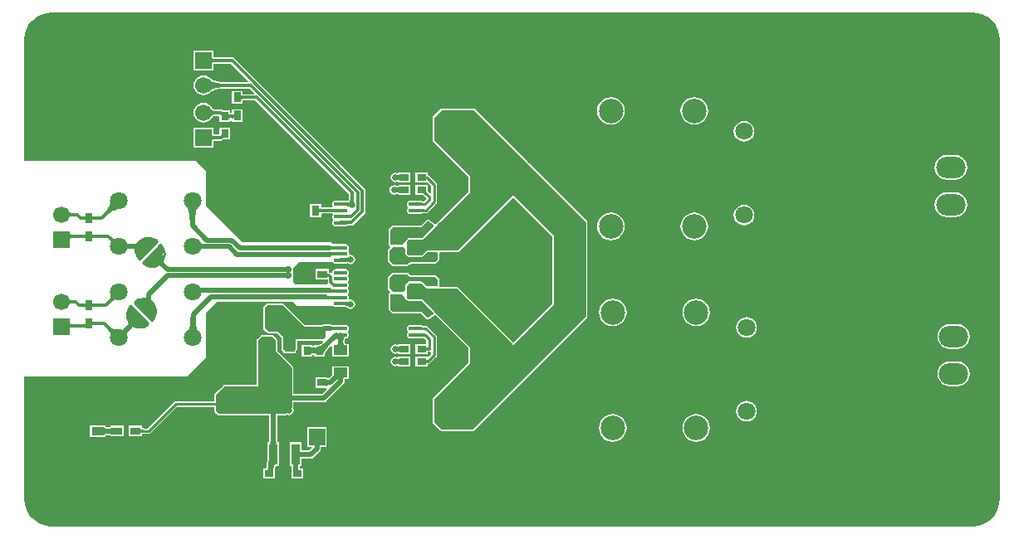
<source format=gtl>
G04*
G04 #@! TF.GenerationSoftware,Altium Limited,Altium Designer,19.1.8 (144)*
G04*
G04 Layer_Physical_Order=1*
G04 Layer_Color=255*
%FSLAX25Y25*%
%MOIN*%
G70*
G01*
G75*
%ADD10C,0.01000*%
%ADD14C,0.01200*%
%ADD15C,0.03937*%
%ADD16R,0.05000X0.03500*%
G04:AMPARAMS|DCode=17|XSize=50mil|YSize=35mil|CornerRadius=0mil|HoleSize=0mil|Usage=FLASHONLY|Rotation=180.000|XOffset=0mil|YOffset=0mil|HoleType=Round|Shape=Octagon|*
%AMOCTAGOND17*
4,1,8,-0.02500,0.00875,-0.02500,-0.00875,-0.01625,-0.01750,0.01625,-0.01750,0.02500,-0.00875,0.02500,0.00875,0.01625,0.01750,-0.01625,0.01750,-0.02500,0.00875,0.0*
%
%ADD17OCTAGOND17*%

%ADD18O,0.05512X0.01575*%
%ADD19R,0.03000X0.03500*%
%ADD20R,0.03150X0.04000*%
%ADD21R,0.03543X0.08268*%
%ADD22R,0.12598X0.08268*%
%ADD23R,0.03500X0.03000*%
%ADD24R,0.05500X0.04000*%
%ADD25R,0.04000X0.05500*%
%ADD26R,0.07500X0.09000*%
%ADD27R,0.04000X0.03150*%
G04:AMPARAMS|DCode=28|XSize=47.24mil|YSize=60mil|CornerRadius=11.81mil|HoleSize=0mil|Usage=FLASHONLY|Rotation=270.000|XOffset=0mil|YOffset=0mil|HoleType=Round|Shape=RoundedRectangle|*
%AMROUNDEDRECTD28*
21,1,0.04724,0.03638,0,0,270.0*
21,1,0.02362,0.06000,0,0,270.0*
1,1,0.02362,-0.01819,-0.01181*
1,1,0.02362,-0.01819,0.01181*
1,1,0.02362,0.01819,0.01181*
1,1,0.02362,0.01819,-0.01181*
%
%ADD28ROUNDEDRECTD28*%
%ADD55C,0.02000*%
%ADD56C,0.14961*%
%ADD57O,0.11811X0.08661*%
%ADD58C,0.06693*%
%ADD59R,0.06693X0.06693*%
%ADD60C,0.13780*%
%ADD61C,0.02362*%
%ADD62C,0.07087*%
%ADD63O,0.08661X0.11811*%
%ADD64C,0.09843*%
G04:AMPARAMS|DCode=65|XSize=98.43mil|YSize=98.43mil|CornerRadius=24.61mil|HoleSize=0mil|Usage=FLASHONLY|Rotation=270.000|XOffset=0mil|YOffset=0mil|HoleType=Round|Shape=RoundedRectangle|*
%AMROUNDEDRECTD65*
21,1,0.09843,0.04921,0,0,270.0*
21,1,0.04921,0.09843,0,0,270.0*
1,1,0.04921,-0.02461,-0.02461*
1,1,0.04921,-0.02461,0.02461*
1,1,0.04921,0.02461,0.02461*
1,1,0.04921,0.02461,-0.02461*
%
%ADD65ROUNDEDRECTD65*%
%ADD66C,0.01968*%
%ADD67C,0.02756*%
%ADD68C,0.02559*%
G36*
X383563Y103082D02*
X385194Y102690D01*
X386745Y102048D01*
X388176Y101171D01*
X389452Y100082D01*
X390541Y98805D01*
X391418Y97375D01*
X392060Y95824D01*
X392452Y94193D01*
X392583Y92536D01*
X392579Y92520D01*
Y-92520D01*
X392583Y-92536D01*
X392452Y-94193D01*
X392060Y-95824D01*
X391418Y-97375D01*
X390541Y-98805D01*
X389452Y-100082D01*
X388176Y-101171D01*
X386745Y-102048D01*
X385194Y-102690D01*
X383563Y-103082D01*
X381906Y-103212D01*
X381890Y-103209D01*
X11811D01*
X11795Y-103212D01*
X10138Y-103082D01*
X8506Y-102690D01*
X6956Y-102048D01*
X5525Y-101171D01*
X4249Y-100082D01*
X3159Y-98805D01*
X2283Y-97375D01*
X1640Y-95824D01*
X1249Y-94193D01*
X1118Y-92536D01*
X1122Y-92520D01*
Y-43000D01*
X66500D01*
X74000Y-35500D01*
X74000Y-17500D01*
X78500Y-13000D01*
X109000Y-13000D01*
X110750Y-14750D01*
X125110D01*
X125569Y-15057D01*
X126110Y-15165D01*
X130047D01*
X130101Y-15154D01*
X130297Y-15183D01*
X130454Y-15216D01*
X130535Y-15241D01*
X130539Y-15245D01*
X130556Y-15251D01*
X130585Y-15265D01*
X130645Y-15355D01*
X131267Y-15770D01*
X132000Y-15916D01*
X132733Y-15770D01*
X133355Y-15355D01*
X133771Y-14733D01*
X133916Y-14000D01*
X133771Y-13267D01*
X133355Y-12645D01*
X132733Y-12229D01*
X132000Y-12084D01*
X131723Y-12139D01*
X131565Y-11990D01*
X131373Y-11699D01*
X131462Y-11250D01*
X131354Y-10709D01*
X131095Y-10320D01*
X131047Y-10089D01*
Y-9911D01*
X131095Y-9680D01*
X131354Y-9291D01*
X131462Y-8750D01*
X131354Y-8209D01*
X131095Y-7820D01*
X131047Y-7589D01*
Y-7411D01*
X131095Y-7180D01*
X131354Y-6791D01*
X131462Y-6250D01*
X131354Y-5709D01*
X131095Y-5320D01*
X131047Y-5089D01*
Y-4911D01*
X131095Y-4680D01*
X131354Y-4291D01*
X131462Y-3750D01*
X131354Y-3209D01*
X131095Y-2820D01*
X131047Y-2589D01*
Y-2411D01*
X131095Y-2180D01*
X131354Y-1791D01*
X131462Y-1250D01*
X131354Y-709D01*
X131047Y-250D01*
X130589Y57D01*
X130047Y165D01*
X126110D01*
X125569Y57D01*
X125110Y-250D01*
X124803Y-709D01*
X124696Y-1250D01*
X124698Y-1260D01*
X124237Y-1507D01*
X124215Y-1485D01*
X123818Y-1220D01*
X123350Y-1127D01*
X123250D01*
Y175D01*
X118050D01*
Y-4175D01*
X122899D01*
Y-5123D01*
X122974Y-5500D01*
X122798Y-5833D01*
X122664Y-6000D01*
X110000D01*
X109000Y-5000D01*
Y500D01*
X111500Y3000D01*
X124943D01*
X125110Y2750D01*
X125569Y2443D01*
X126110Y2335D01*
X130047D01*
X130308Y2387D01*
X130350Y2370D01*
X130468Y2419D01*
X130588Y2443D01*
X130665Y2452D01*
X130698Y2470D01*
X130717Y2478D01*
X130760Y2490D01*
X130835Y2478D01*
X130912Y2457D01*
X130923Y2459D01*
X131267Y2230D01*
X132000Y2084D01*
X132733Y2230D01*
X133355Y2645D01*
X133771Y3267D01*
X133916Y4000D01*
X133771Y4733D01*
X133355Y5355D01*
X132733Y5771D01*
X132000Y5916D01*
X131873Y5891D01*
X131486Y6208D01*
Y8726D01*
X131462Y8750D01*
X131354Y9291D01*
X131047Y9750D01*
X130589Y10057D01*
X130047Y10165D01*
X124835D01*
X124000Y11000D01*
X88500Y11000D01*
X74000Y25500D01*
Y39500D01*
X70000Y43500D01*
X1122D01*
Y92520D01*
X1118Y92536D01*
X1249Y94193D01*
X1640Y95824D01*
X2283Y97375D01*
X3159Y98805D01*
X4249Y100082D01*
X5525Y101171D01*
X6956Y102048D01*
X8506Y102690D01*
X10138Y103082D01*
X11795Y103212D01*
X11811Y103209D01*
X381890D01*
X381906Y103212D01*
X383563Y103082D01*
D02*
G37*
G36*
X38529Y23988D02*
X38122Y23997D01*
X37672Y23921D01*
X37181Y23758D01*
X36648Y23510D01*
X36074Y23177D01*
X35457Y22758D01*
X34799Y22253D01*
X33358Y20987D01*
X32574Y20226D01*
X31726Y21074D01*
X32487Y21858D01*
X34258Y23957D01*
X34677Y24574D01*
X35010Y25148D01*
X35258Y25681D01*
X35421Y26172D01*
X35497Y26622D01*
X35488Y27029D01*
X38529Y23988D01*
D02*
G37*
G36*
X19241Y22944D02*
X19353Y22872D01*
X19521Y22808D01*
X19746Y22753D01*
X20026Y22706D01*
X20757Y22638D01*
X21713Y22604D01*
X22275Y22600D01*
Y21400D01*
X21713Y21396D01*
X20026Y21294D01*
X19746Y21247D01*
X19521Y21192D01*
X19353Y21128D01*
X19241Y21056D01*
X19186Y20975D01*
Y23025D01*
X19241Y22944D01*
D02*
G37*
G36*
X28577Y21736D02*
X28620Y21634D01*
X28692Y21544D01*
X28793Y21466D01*
X28923Y21400D01*
X29081Y21346D01*
X29268Y21304D01*
X29484Y21274D01*
X29729Y21256D01*
X30003Y21250D01*
Y20050D01*
X29729Y20044D01*
X29268Y19996D01*
X29081Y19954D01*
X28923Y19900D01*
X28793Y19834D01*
X28692Y19756D01*
X28620Y19666D01*
X28577Y19564D01*
X28563Y19450D01*
Y21850D01*
X28577Y21736D01*
D02*
G37*
G36*
X25449Y19450D02*
X25435Y19564D01*
X25391Y19666D01*
X25319Y19756D01*
X25217Y19834D01*
X25086Y19900D01*
X24927Y19954D01*
X24738Y19996D01*
X24520Y20026D01*
X24273Y20044D01*
X23997Y20050D01*
Y21250D01*
X24273Y21256D01*
X24738Y21304D01*
X24927Y21346D01*
X25086Y21400D01*
X25217Y21466D01*
X25319Y21544D01*
X25391Y21634D01*
X25435Y21736D01*
X25449Y21850D01*
Y19450D01*
D02*
G37*
G36*
X70556Y24515D02*
X70340Y24148D01*
X70150Y23677D01*
X69985Y23102D01*
X69845Y22423D01*
X69731Y21640D01*
X69578Y19764D01*
X69528Y17472D01*
X67528D01*
X67515Y18670D01*
X67324Y21640D01*
X67210Y22423D01*
X67071Y23102D01*
X66905Y23677D01*
X66715Y24148D01*
X66499Y24515D01*
X66258Y24779D01*
X70797D01*
X70556Y24515D01*
D02*
G37*
G36*
X28577Y14436D02*
X28620Y14334D01*
X28692Y14244D01*
X28793Y14166D01*
X28923Y14100D01*
X29081Y14046D01*
X29268Y14004D01*
X29484Y13974D01*
X29729Y13956D01*
X30003Y13950D01*
Y12750D01*
X29729Y12744D01*
X29268Y12696D01*
X29081Y12654D01*
X28923Y12600D01*
X28793Y12534D01*
X28692Y12456D01*
X28620Y12366D01*
X28577Y12264D01*
X28563Y12150D01*
Y14550D01*
X28577Y14436D01*
D02*
G37*
G36*
X25449Y12150D02*
X25435Y12264D01*
X25391Y12366D01*
X25319Y12456D01*
X25217Y12534D01*
X25086Y12600D01*
X24927Y12654D01*
X24738Y12696D01*
X24520Y12726D01*
X24273Y12744D01*
X23997Y12750D01*
Y13950D01*
X24273Y13956D01*
X24738Y14004D01*
X24927Y14046D01*
X25086Y14100D01*
X25217Y14166D01*
X25319Y14244D01*
X25391Y14334D01*
X25435Y14436D01*
X25449Y14550D01*
Y12150D01*
D02*
G37*
G36*
X19337Y14436D02*
X19380Y14334D01*
X19453Y14244D01*
X19555Y14166D01*
X19685Y14100D01*
X19845Y14046D01*
X20034Y14004D01*
X20252Y13974D01*
X20499Y13956D01*
X20774Y13950D01*
Y12750D01*
X20499Y12744D01*
X20034Y12696D01*
X19845Y12654D01*
X19685Y12600D01*
X19555Y12534D01*
X19453Y12456D01*
X19380Y12366D01*
X19337Y12264D01*
X19322Y12150D01*
Y14550D01*
X19337Y14436D01*
D02*
G37*
G36*
X54328Y11243D02*
X47257Y4172D01*
X46550Y4879D01*
X46015Y6483D01*
X45403Y6612D01*
X45340Y8316D01*
X42423Y8126D01*
X42373Y8080D01*
X42265Y10542D01*
X42320Y10500D01*
X42447Y10462D01*
X42646Y10429D01*
X42917Y10401D01*
X44164Y10341D01*
X45909Y10322D01*
X47194Y11867D01*
X47922Y11515D01*
X49025Y12303D01*
X52561D01*
X54328Y11243D01*
D02*
G37*
G36*
X35568Y13451D02*
X36895Y12280D01*
X37010Y12213D01*
X37096Y12183D01*
X37152Y12190D01*
X35977Y11015D01*
X35983Y11071D01*
X35953Y11156D01*
X35886Y11272D01*
X35783Y11418D01*
X35643Y11594D01*
X35002Y12303D01*
X34392Y12926D01*
X35241Y13774D01*
X35568Y13451D01*
D02*
G37*
G36*
X39001Y10167D02*
X38000Y9166D01*
X37986Y9209D01*
X37944Y9277D01*
X37874Y9370D01*
X37649Y9631D01*
X36596Y10722D01*
X37444Y11571D01*
X39001Y10167D01*
D02*
G37*
G36*
X125808Y8020D02*
X125777Y8031D01*
X125718Y8041D01*
X125633Y8049D01*
X125215Y8069D01*
X124280Y8078D01*
X124091Y9278D01*
X124363Y9280D01*
X125388Y9351D01*
X125526Y9377D01*
X125642Y9408D01*
X125736Y9442D01*
X125808Y9480D01*
Y8020D01*
D02*
G37*
G36*
Y5520D02*
X125777Y5531D01*
X125718Y5541D01*
X125633Y5550D01*
X125215Y5569D01*
X124280Y5578D01*
X124091Y6778D01*
X124363Y6780D01*
X125388Y6851D01*
X125526Y6877D01*
X125642Y6908D01*
X125736Y6942D01*
X125808Y6980D01*
Y5520D01*
D02*
G37*
G36*
X131003Y4430D02*
X131822Y4422D01*
Y3222D01*
X131597Y3220D01*
X131126Y3188D01*
X131140Y3053D01*
X131079Y3085D01*
X130972Y3114D01*
X130817Y3139D01*
X130729Y3148D01*
X130609Y3123D01*
X130506Y3092D01*
X130419Y3058D01*
X130350Y3020D01*
Y3175D01*
X129732Y3207D01*
X128425Y3222D01*
X128233Y4422D01*
X128708Y4425D01*
X130413Y4543D01*
X130619Y4587D01*
X130781Y4638D01*
X130898Y4695D01*
X130970Y4760D01*
X131003Y4430D01*
D02*
G37*
G36*
X56803Y8061D02*
Y5465D01*
X57527Y4898D01*
X56700Y3045D01*
X56007Y3411D01*
X55201Y2282D01*
X55455Y1800D01*
X53602Y973D01*
X53230Y1448D01*
X52914Y1343D01*
X51500D01*
X49379Y2050D01*
X48672Y2757D01*
X55743Y9828D01*
X56803Y8061D01*
D02*
G37*
G36*
X125808Y-9480D02*
X125736Y-9442D01*
X125642Y-9408D01*
X125526Y-9377D01*
X125388Y-9351D01*
X125044Y-9311D01*
X124612Y-9286D01*
X124091Y-9278D01*
X124280Y-8078D01*
X125808Y-8020D01*
Y-9480D01*
D02*
G37*
G36*
Y-11980D02*
X125756Y-11956D01*
X125680Y-11934D01*
X125579Y-11914D01*
X125452Y-11897D01*
X125125Y-11871D01*
X124172Y-11850D01*
Y-10650D01*
X124448Y-10649D01*
X125680Y-10566D01*
X125756Y-10544D01*
X125808Y-10520D01*
Y-11980D01*
D02*
G37*
G36*
X37614Y-12427D02*
X37450Y-12396D01*
X37248Y-12423D01*
X37008Y-12510D01*
X36729Y-12656D01*
X36410Y-12861D01*
X36054Y-13125D01*
X35225Y-13832D01*
X34241Y-14774D01*
X33392Y-13926D01*
X33893Y-13415D01*
X35041Y-12113D01*
X35306Y-11756D01*
X35511Y-11438D01*
X35656Y-11159D01*
X35743Y-10918D01*
X35771Y-10716D01*
X35739Y-10553D01*
X37614Y-12427D01*
D02*
G37*
G36*
X53247Y-13688D02*
X52961Y-13999D01*
X53657Y-16086D01*
Y-17500D01*
X52950Y-19621D01*
X52243Y-20328D01*
X45172Y-13257D01*
X46939Y-12197D01*
X50475D01*
X51307Y-12791D01*
X51843Y-12196D01*
X53247Y-13688D01*
D02*
G37*
G36*
X19289Y-12275D02*
X19361Y-12302D01*
X19477Y-12325D01*
X19636Y-12345D01*
X20084Y-12375D01*
X21500Y-12400D01*
Y-13600D01*
X21081Y-13601D01*
X19361Y-13698D01*
X19289Y-13724D01*
X19261Y-13754D01*
Y-12246D01*
X19289Y-12275D01*
D02*
G37*
G36*
X130419Y-13058D02*
X130506Y-13092D01*
X130585Y-13115D01*
X131079Y-13085D01*
X131140Y-13053D01*
X131126Y-13196D01*
X131198Y-13204D01*
X131597Y-13220D01*
X131822Y-13222D01*
Y-14422D01*
X131001Y-14454D01*
X130970Y-14760D01*
X130898Y-14695D01*
X130781Y-14638D01*
X130619Y-14587D01*
X130413Y-14543D01*
X130161Y-14506D01*
X129524Y-14452D01*
X128233Y-14422D01*
X128425Y-13222D01*
X128908Y-13220D01*
X130350Y-13130D01*
Y-13020D01*
X130419Y-13058D01*
D02*
G37*
G36*
X28577Y-13264D02*
X28620Y-13366D01*
X28692Y-13456D01*
X28793Y-13534D01*
X28923Y-13600D01*
X29081Y-13654D01*
X29268Y-13696D01*
X29484Y-13726D01*
X29729Y-13744D01*
X30003Y-13750D01*
Y-14950D01*
X29729Y-14956D01*
X29268Y-15004D01*
X29081Y-15046D01*
X28923Y-15100D01*
X28793Y-15166D01*
X28692Y-15244D01*
X28620Y-15334D01*
X28577Y-15436D01*
X28563Y-15550D01*
Y-13150D01*
X28577Y-13264D01*
D02*
G37*
G36*
X25449Y-15700D02*
X25435Y-15586D01*
X25391Y-15484D01*
X25319Y-15394D01*
X25217Y-15316D01*
X25086Y-15250D01*
X24927Y-15196D01*
X24738Y-15154D01*
X24520Y-15124D01*
X24273Y-15106D01*
X23997Y-15100D01*
Y-13900D01*
X24273Y-13894D01*
X24738Y-13846D01*
X24927Y-13804D01*
X25086Y-13750D01*
X25217Y-13684D01*
X25319Y-13606D01*
X25391Y-13516D01*
X25435Y-13414D01*
X25449Y-13300D01*
Y-15700D01*
D02*
G37*
G36*
X28577Y-20564D02*
X28620Y-20666D01*
X28692Y-20756D01*
X28793Y-20834D01*
X28923Y-20900D01*
X29081Y-20954D01*
X29268Y-20996D01*
X29484Y-21026D01*
X29729Y-21044D01*
X30003Y-21050D01*
Y-22250D01*
X29729Y-22256D01*
X29268Y-22304D01*
X29081Y-22346D01*
X28923Y-22400D01*
X28793Y-22466D01*
X28692Y-22544D01*
X28620Y-22634D01*
X28577Y-22736D01*
X28563Y-22850D01*
Y-20450D01*
X28577Y-20564D01*
D02*
G37*
G36*
X50828Y-21743D02*
X50121Y-22450D01*
X48000Y-23157D01*
X46604D01*
X46296Y-23616D01*
X44387Y-22929D01*
X44579Y-22488D01*
X44464Y-22450D01*
X43740Y-21435D01*
X43030Y-21962D01*
X42267Y-20440D01*
X42846Y-20183D01*
X42697Y-19975D01*
Y-16439D01*
X43757Y-14672D01*
X50828Y-21743D01*
D02*
G37*
G36*
X25437Y-23638D02*
X25423Y-23560D01*
X25380Y-23489D01*
X25308Y-23427D01*
X25207Y-23374D01*
X25077Y-23328D01*
X24919Y-23291D01*
X24732Y-23262D01*
X24516Y-23241D01*
X23997Y-23225D01*
Y-22025D01*
X24272Y-22019D01*
X24736Y-21971D01*
X24925Y-21929D01*
X25085Y-21875D01*
X25215Y-21809D01*
X25317Y-21731D01*
X25390Y-21641D01*
X25434Y-21539D01*
X25449Y-21425D01*
X25437Y-23638D01*
D02*
G37*
G36*
X19337Y-21539D02*
X19380Y-21641D01*
X19453Y-21731D01*
X19555Y-21809D01*
X19685Y-21875D01*
X19845Y-21929D01*
X20034Y-21971D01*
X20252Y-22001D01*
X20499Y-22019D01*
X20774Y-22025D01*
Y-23225D01*
X20499Y-23231D01*
X20034Y-23279D01*
X19845Y-23321D01*
X19685Y-23375D01*
X19555Y-23441D01*
X19453Y-23519D01*
X19380Y-23609D01*
X19337Y-23711D01*
X19322Y-23825D01*
Y-21425D01*
X19337Y-21539D01*
D02*
G37*
G36*
X69852Y-19271D02*
X70085Y-22724D01*
X70192Y-23337D01*
X70318Y-23851D01*
X70463Y-24264D01*
X70628Y-24578D01*
X70812Y-24791D01*
X66759Y-24430D01*
X66965Y-24255D01*
X67149Y-23979D01*
X67312Y-23603D01*
X67452Y-23126D01*
X67572Y-22549D01*
X67669Y-21872D01*
X67799Y-20216D01*
X67843Y-18158D01*
X69842D01*
X69852Y-19271D01*
D02*
G37*
G36*
X44334Y-23580D02*
X42135Y-25850D01*
X40650Y-24365D01*
X40681Y-24347D01*
X40756Y-24284D01*
X41241Y-23827D01*
X42920Y-22166D01*
X44334Y-23580D01*
D02*
G37*
G36*
X34201Y-21838D02*
X35831Y-23243D01*
X36290Y-23568D01*
X36707Y-23821D01*
X37082Y-24002D01*
X37415Y-24111D01*
X37706Y-24149D01*
X37955Y-24114D01*
X35614Y-26455D01*
X35649Y-26206D01*
X35611Y-25915D01*
X35502Y-25582D01*
X35321Y-25207D01*
X35068Y-24790D01*
X34743Y-24331D01*
X34347Y-23830D01*
X33338Y-22701D01*
X32726Y-22074D01*
X33574Y-21226D01*
X34201Y-21838D01*
D02*
G37*
G36*
X39001Y-26500D02*
X38000Y-27501D01*
X37986Y-27458D01*
X37944Y-27390D01*
X37874Y-27297D01*
X37649Y-27035D01*
X36596Y-25944D01*
X37444Y-25096D01*
X39001Y-26500D01*
D02*
G37*
%LPC*%
G36*
X76947Y87946D02*
X69054D01*
Y80054D01*
X76947D01*
Y82653D01*
X77020Y82678D01*
X77138Y82704D01*
X77539Y82745D01*
X77789Y82751D01*
X77847Y82776D01*
X83993D01*
X91084Y75686D01*
X90893Y75223D01*
X83055D01*
X82995Y75249D01*
X81877Y75266D01*
X79896Y75403D01*
X79051Y75520D01*
X78289Y75669D01*
X77618Y75848D01*
X77040Y76055D01*
X76555Y76285D01*
X76161Y76534D01*
X75814Y76834D01*
X75770Y76849D01*
X74990Y77447D01*
X74030Y77845D01*
X73000Y77981D01*
X71970Y77845D01*
X71010Y77447D01*
X70185Y76815D01*
X69553Y75990D01*
X69155Y75030D01*
X69020Y74000D01*
X69155Y72970D01*
X69553Y72010D01*
X70185Y71185D01*
X71010Y70553D01*
X71970Y70155D01*
X73000Y70020D01*
X74030Y70155D01*
X74990Y70553D01*
X75770Y71151D01*
X75814Y71166D01*
X76161Y71466D01*
X76555Y71715D01*
X77040Y71946D01*
X77618Y72152D01*
X78289Y72331D01*
X79051Y72480D01*
X79896Y72597D01*
X81877Y72733D01*
X82995Y72751D01*
X83055Y72777D01*
X91448D01*
X93389Y70836D01*
X93197Y70373D01*
X89575D01*
X89517Y70399D01*
X89258Y70405D01*
X89048Y70420D01*
X88877Y70444D01*
X88749Y70472D01*
X88675Y70497D01*
Y71750D01*
X84325D01*
Y66550D01*
X88675D01*
Y67803D01*
X88749Y67828D01*
X88867Y67854D01*
X89267Y67895D01*
X89517Y67901D01*
X89575Y67927D01*
X93752D01*
X131277Y30402D01*
Y29761D01*
X131251Y29702D01*
X131224Y28426D01*
X131180Y27817D01*
X131175Y27780D01*
X130782Y27567D01*
X130747Y27556D01*
X130666Y27547D01*
X130657Y27553D01*
X130562Y27562D01*
X130468Y27581D01*
X130350Y27630D01*
X130308Y27613D01*
X130047Y27665D01*
X126110D01*
X125569Y27557D01*
X125110Y27250D01*
X124803Y26791D01*
X124696Y26250D01*
X124803Y25709D01*
X124920Y25535D01*
X124664Y25017D01*
X124425Y25001D01*
X124170Y24999D01*
X124108Y24973D01*
X121076D01*
X121017Y24999D01*
X120760Y25005D01*
X120553Y25020D01*
X120384Y25044D01*
X120257Y25072D01*
X120176Y25100D01*
X120175Y25100D01*
Y26250D01*
X115825D01*
Y21050D01*
X120175D01*
Y22400D01*
X120176Y22400D01*
X120257Y22428D01*
X120374Y22454D01*
X120770Y22495D01*
X121017Y22501D01*
X121076Y22526D01*
X124100D01*
X124158Y22501D01*
X124669Y22490D01*
X124932Y21984D01*
X124803Y21791D01*
X124696Y21250D01*
X124803Y20709D01*
X125063Y20320D01*
X125110Y20089D01*
Y19911D01*
X125063Y19680D01*
X124803Y19291D01*
X124696Y18750D01*
X124803Y18209D01*
X125110Y17750D01*
X125569Y17443D01*
X126110Y17335D01*
X130047D01*
X130308Y17387D01*
X130350Y17370D01*
X130468Y17419D01*
X130562Y17438D01*
X130657Y17447D01*
X130688Y17464D01*
X130709Y17472D01*
X130774Y17489D01*
X130853Y17504D01*
X131820Y17570D01*
X132072Y17572D01*
X132118Y17592D01*
X132168Y17580D01*
X132197Y17598D01*
X132367D01*
X132835Y17691D01*
X133232Y17957D01*
X137665Y22389D01*
X137930Y22786D01*
X138023Y23254D01*
Y31700D01*
X137930Y32168D01*
X137665Y32565D01*
X85365Y84865D01*
X84968Y85130D01*
X84500Y85224D01*
X77847D01*
X77789Y85249D01*
X77529Y85255D01*
X77320Y85270D01*
X77149Y85294D01*
X77020Y85322D01*
X76947Y85347D01*
Y87946D01*
D02*
G37*
G36*
X73000Y66980D02*
X71970Y66845D01*
X71010Y66447D01*
X70185Y65815D01*
X69553Y64990D01*
X69155Y64030D01*
X69020Y63000D01*
X69155Y61970D01*
X69553Y61010D01*
X70185Y60185D01*
X71010Y59553D01*
X71970Y59155D01*
X73000Y59020D01*
X74030Y59155D01*
X74990Y59553D01*
X75815Y60185D01*
X76447Y61010D01*
X76552Y61262D01*
X76552D01*
X76575Y61318D01*
X76626Y61351D01*
X76654Y61391D01*
X76670Y61403D01*
X76792Y61459D01*
X77014Y61526D01*
X77302Y61586D01*
X78900Y61710D01*
X79400Y61258D01*
Y59150D01*
X83600D01*
Y59834D01*
X83881Y59997D01*
X84325Y59728D01*
Y59250D01*
X88675D01*
Y64450D01*
X84325D01*
Y63166D01*
X84044Y63003D01*
X83600Y63272D01*
Y63850D01*
X80880D01*
X80865Y63865D01*
X80468Y64130D01*
X80132Y64197D01*
X80013Y64249D01*
X78715Y64276D01*
X77706Y64354D01*
X77323Y64410D01*
X77014Y64474D01*
X76792Y64541D01*
X76670Y64597D01*
X76654Y64609D01*
X76626Y64649D01*
X76575Y64682D01*
X76552Y64738D01*
X76552D01*
X76447Y64990D01*
X75815Y65815D01*
X74990Y66447D01*
X74030Y66845D01*
X73000Y66980D01*
D02*
G37*
G36*
X270000Y69297D02*
X268559Y69108D01*
X267215Y68551D01*
X266062Y67666D01*
X265177Y66513D01*
X264621Y65170D01*
X264431Y63728D01*
X264621Y62287D01*
X265177Y60944D01*
X266062Y59790D01*
X267215Y58906D01*
X268559Y58349D01*
X270000Y58160D01*
X271441Y58349D01*
X272784Y58906D01*
X273938Y59790D01*
X274823Y60944D01*
X275379Y62287D01*
X275569Y63728D01*
X275379Y65170D01*
X274823Y66513D01*
X273938Y67666D01*
X272784Y68551D01*
X271441Y69108D01*
X270000Y69297D01*
D02*
G37*
G36*
X236535D02*
X235094Y69108D01*
X233751Y68551D01*
X232598Y67666D01*
X231713Y66513D01*
X231156Y65170D01*
X230966Y63728D01*
X231156Y62287D01*
X231713Y60944D01*
X232598Y59790D01*
X233751Y58906D01*
X235094Y58349D01*
X236535Y58160D01*
X237977Y58349D01*
X239320Y58906D01*
X240473Y59790D01*
X241358Y60944D01*
X241915Y62287D01*
X242104Y63728D01*
X241915Y65170D01*
X241358Y66513D01*
X240473Y67666D01*
X239320Y68551D01*
X237977Y69108D01*
X236535Y69297D01*
D02*
G37*
G36*
X289972Y59679D02*
X288891Y59537D01*
X287883Y59119D01*
X287017Y58455D01*
X286353Y57590D01*
X285936Y56582D01*
X285793Y55500D01*
X285936Y54418D01*
X286353Y53411D01*
X287017Y52545D01*
X287883Y51881D01*
X288891Y51463D01*
X289972Y51321D01*
X291054Y51463D01*
X292062Y51881D01*
X292927Y52545D01*
X293592Y53411D01*
X294009Y54418D01*
X294151Y55500D01*
X294009Y56582D01*
X293592Y57590D01*
X292927Y58455D01*
X292062Y59119D01*
X291054Y59537D01*
X289972Y59679D01*
D02*
G37*
G36*
X76947Y56946D02*
X69054D01*
Y49054D01*
X76947D01*
Y51653D01*
X77020Y51678D01*
X77138Y51704D01*
X77539Y51745D01*
X77789Y51751D01*
X77847Y51776D01*
X80000D01*
X80468Y51870D01*
X80865Y52135D01*
X80880Y52150D01*
X83600D01*
Y56850D01*
X79400D01*
Y54224D01*
X77847D01*
X77789Y54249D01*
X77529Y54255D01*
X77320Y54270D01*
X77149Y54294D01*
X77020Y54322D01*
X76947Y54347D01*
Y56946D01*
D02*
G37*
G36*
X151862Y39137D02*
X151772Y39100D01*
X151250D01*
Y38917D01*
X150750Y38759D01*
X150733Y38770D01*
X150000Y38916D01*
X149267Y38770D01*
X148645Y38355D01*
X148230Y37733D01*
X148084Y37000D01*
X148230Y36267D01*
X148645Y35645D01*
X149267Y35230D01*
X150000Y35084D01*
X150733Y35230D01*
X150750Y35241D01*
X151250Y35069D01*
Y34900D01*
X151772D01*
X151862Y34863D01*
X151924Y34888D01*
X151990Y34875D01*
X152027Y34900D01*
X155950D01*
Y39100D01*
X152027D01*
X151990Y39125D01*
X151924Y39112D01*
X151862Y39137D01*
D02*
G37*
G36*
X374575Y45973D02*
X371425D01*
X370138Y45804D01*
X368939Y45307D01*
X367909Y44517D01*
X367118Y43487D01*
X366621Y42287D01*
X366452Y41000D01*
X366621Y39713D01*
X367118Y38513D01*
X367909Y37483D01*
X368939Y36693D01*
X370138Y36196D01*
X371425Y36027D01*
X374575D01*
X375862Y36196D01*
X377061Y36693D01*
X378091Y37483D01*
X378882Y38513D01*
X379379Y39713D01*
X379548Y41000D01*
X379379Y42287D01*
X378882Y43487D01*
X378091Y44517D01*
X377061Y45307D01*
X375862Y45804D01*
X374575Y45973D01*
D02*
G37*
G36*
X151862Y34137D02*
X151772Y34100D01*
X151250D01*
Y33786D01*
X151138Y33758D01*
X150935Y33724D01*
X150362Y33684D01*
X150233Y33770D01*
X149500Y33916D01*
X148767Y33770D01*
X148145Y33355D01*
X147730Y32733D01*
X147584Y32000D01*
X147730Y31267D01*
X148145Y30645D01*
X148767Y30229D01*
X149500Y30084D01*
X150233Y30229D01*
X150373Y30323D01*
X150652Y30308D01*
X150922Y30279D01*
X151138Y30242D01*
X151250Y30214D01*
Y29900D01*
X151772D01*
X151862Y29863D01*
X151939Y29895D01*
X152022Y29883D01*
X152046Y29900D01*
X155950D01*
Y34100D01*
X152046D01*
X152022Y34117D01*
X151939Y34105D01*
X151862Y34137D01*
D02*
G37*
G36*
X162850Y39100D02*
X158150D01*
Y34900D01*
X162850D01*
X162850Y34900D01*
Y34900D01*
X163248Y34666D01*
X164378Y33536D01*
Y30771D01*
X163922Y30559D01*
X163566Y30799D01*
X163560Y30815D01*
X163153Y31249D01*
X163015Y31417D01*
X162908Y31563D01*
X162850Y31656D01*
Y31865D01*
X162875Y31926D01*
X162852Y31983D01*
X162865Y32043D01*
X162850Y32066D01*
Y34100D01*
X158150D01*
Y29900D01*
X160684D01*
X160707Y29885D01*
X160767Y29898D01*
X160824Y29875D01*
X160885Y29900D01*
X161094D01*
X161187Y29842D01*
X161327Y29740D01*
X161707Y29411D01*
X161927Y29197D01*
X161992Y29171D01*
X162252Y28912D01*
Y28338D01*
X161326Y27412D01*
X161192Y27419D01*
X160907Y27450D01*
X160807Y27469D01*
X160724Y27489D01*
X160666Y27507D01*
X160636Y27520D01*
X160592Y27545D01*
X160513Y27555D01*
X160510Y27557D01*
X160389Y27581D01*
X160271Y27630D01*
X160230Y27613D01*
X159968Y27665D01*
X156032D01*
X155490Y27557D01*
X155031Y27250D01*
X154725Y26791D01*
X154617Y26250D01*
X154725Y25709D01*
X154984Y25320D01*
X155031Y25089D01*
Y24911D01*
X154984Y24680D01*
X154725Y24291D01*
X154617Y23750D01*
X154725Y23209D01*
X155031Y22750D01*
X155490Y22443D01*
X156032Y22335D01*
X159968D01*
X160230Y22387D01*
X160271Y22370D01*
X160389Y22419D01*
X160510Y22443D01*
X160513Y22445D01*
X160593Y22456D01*
X160639Y22482D01*
X160671Y22495D01*
X160731Y22515D01*
X160816Y22535D01*
X160907Y22552D01*
X161578Y22604D01*
X161778Y22606D01*
X161843Y22634D01*
X162256D01*
X162256Y22634D01*
X162685Y22720D01*
X163049Y22963D01*
X165793Y25707D01*
X166036Y26071D01*
X166049Y26134D01*
X166293Y26378D01*
X166293Y26378D01*
X166536Y26742D01*
X166621Y27171D01*
Y34000D01*
X166621Y34000D01*
X166536Y34429D01*
X166293Y34793D01*
X166293Y34793D01*
X163293Y37793D01*
X162929Y38036D01*
X162850Y38052D01*
Y39100D01*
D02*
G37*
G36*
X374575Y30973D02*
X371425D01*
X370138Y30804D01*
X368939Y30307D01*
X367909Y29517D01*
X367118Y28487D01*
X366621Y27287D01*
X366452Y26000D01*
X366621Y24713D01*
X367118Y23513D01*
X367909Y22483D01*
X368939Y21693D01*
X370138Y21196D01*
X371425Y21027D01*
X374575D01*
X375862Y21196D01*
X377061Y21693D01*
X378091Y22483D01*
X378882Y23513D01*
X379379Y24713D01*
X379548Y26000D01*
X379379Y27287D01*
X378882Y28487D01*
X378091Y29517D01*
X377061Y30307D01*
X375862Y30804D01*
X374575Y30973D01*
D02*
G37*
G36*
X289972Y26012D02*
X288891Y25870D01*
X287883Y25453D01*
X287017Y24788D01*
X286353Y23923D01*
X285936Y22915D01*
X285793Y21833D01*
X285936Y20752D01*
X286353Y19744D01*
X287017Y18878D01*
X287883Y18214D01*
X288891Y17797D01*
X289972Y17654D01*
X291054Y17797D01*
X292062Y18214D01*
X292927Y18878D01*
X293592Y19744D01*
X294009Y20752D01*
X294151Y21833D01*
X294009Y22915D01*
X293592Y23923D01*
X292927Y24788D01*
X292062Y25453D01*
X291054Y25870D01*
X289972Y26012D01*
D02*
G37*
G36*
X270000Y22840D02*
X268559Y22651D01*
X267215Y22095D01*
X266062Y21210D01*
X265177Y20056D01*
X264621Y18713D01*
X264431Y17272D01*
X264621Y15830D01*
X265177Y14487D01*
X266062Y13334D01*
X267215Y12449D01*
X268559Y11892D01*
X270000Y11703D01*
X271441Y11892D01*
X272784Y12449D01*
X273938Y13334D01*
X274823Y14487D01*
X275379Y15830D01*
X275569Y17272D01*
X275379Y18713D01*
X274823Y20056D01*
X273938Y21210D01*
X272784Y22095D01*
X271441Y22651D01*
X270000Y22840D01*
D02*
G37*
G36*
X236535D02*
X235094Y22651D01*
X233751Y22095D01*
X232598Y21210D01*
X231713Y20056D01*
X231156Y18713D01*
X230966Y17272D01*
X231156Y15830D01*
X231713Y14487D01*
X232598Y13334D01*
X233751Y12449D01*
X235094Y11892D01*
X236535Y11703D01*
X237977Y11892D01*
X239320Y12449D01*
X240473Y13334D01*
X241358Y14487D01*
X241915Y15830D01*
X242104Y17272D01*
X241915Y18713D01*
X241358Y20056D01*
X240473Y21210D01*
X239320Y22095D01*
X237977Y22651D01*
X236535Y22840D01*
D02*
G37*
G36*
X270732Y-11703D02*
X269291Y-11892D01*
X267948Y-12449D01*
X266794Y-13334D01*
X265910Y-14487D01*
X265353Y-15830D01*
X265163Y-17272D01*
X265353Y-18713D01*
X265910Y-20056D01*
X266794Y-21210D01*
X267948Y-22095D01*
X269291Y-22651D01*
X270732Y-22840D01*
X272174Y-22651D01*
X273517Y-22095D01*
X274670Y-21210D01*
X275555Y-20056D01*
X276111Y-18713D01*
X276301Y-17272D01*
X276111Y-15830D01*
X275555Y-14487D01*
X274670Y-13334D01*
X273517Y-12449D01*
X272174Y-11892D01*
X270732Y-11703D01*
D02*
G37*
G36*
X237268D02*
X235826Y-11892D01*
X234483Y-12449D01*
X233330Y-13334D01*
X232445Y-14487D01*
X231889Y-15830D01*
X231699Y-17272D01*
X231889Y-18713D01*
X232445Y-20056D01*
X233330Y-21210D01*
X234483Y-22095D01*
X235826Y-22651D01*
X237268Y-22840D01*
X238709Y-22651D01*
X240052Y-22095D01*
X241206Y-21210D01*
X242091Y-20056D01*
X242647Y-18713D01*
X242837Y-17272D01*
X242647Y-15830D01*
X242091Y-14487D01*
X241206Y-13334D01*
X240052Y-12449D01*
X238709Y-11892D01*
X237268Y-11703D01*
D02*
G37*
G36*
X290972Y-19154D02*
X289891Y-19297D01*
X288883Y-19714D01*
X288017Y-20378D01*
X287353Y-21244D01*
X286936Y-22252D01*
X286793Y-23333D01*
X286936Y-24415D01*
X287353Y-25423D01*
X288017Y-26288D01*
X288883Y-26952D01*
X289891Y-27370D01*
X290972Y-27512D01*
X292054Y-27370D01*
X293062Y-26952D01*
X293927Y-26288D01*
X294592Y-25423D01*
X295009Y-24415D01*
X295151Y-23333D01*
X295009Y-22252D01*
X294592Y-21244D01*
X293927Y-20378D01*
X293062Y-19714D01*
X292054Y-19297D01*
X290972Y-19154D01*
D02*
G37*
G36*
X181500Y64649D02*
X168500D01*
X168041Y64459D01*
X165041Y61459D01*
X164851Y61000D01*
Y52000D01*
X165041Y51541D01*
X179350Y37231D01*
Y31269D01*
X167350Y19268D01*
X166897Y18965D01*
X166594Y18513D01*
X166433Y18351D01*
X166323Y18317D01*
X165833Y18388D01*
X165803Y18397D01*
X165789Y18415D01*
X165781Y18427D01*
X163360Y20040D01*
X163175Y20077D01*
X163000Y20149D01*
X162938Y20124D01*
X162873Y20137D01*
X162715Y20032D01*
X162541Y19959D01*
X160231Y17649D01*
X160045D01*
X159968Y17665D01*
X156032D01*
X155955Y17649D01*
X149000Y17649D01*
X148541Y17459D01*
X147541Y16459D01*
X147351Y16000D01*
X147351Y10000D01*
X147541Y9541D01*
X147806Y9431D01*
X147970Y8889D01*
X147041Y7959D01*
X146851Y7500D01*
Y3500D01*
X147041Y3041D01*
X148541Y1541D01*
X149000Y1351D01*
X154864D01*
X154926Y1376D01*
X154991Y1363D01*
X155148Y1468D01*
X155323Y1541D01*
X155349Y1602D01*
X155404Y1639D01*
X155499Y1782D01*
X155851Y2017D01*
X155871Y2047D01*
X156033Y2114D01*
X156254Y2335D01*
X159968D01*
X160045Y2351D01*
X166000D01*
X166459Y2541D01*
X167220Y3302D01*
X167246Y3363D01*
X167301Y3400D01*
X167401Y3551D01*
X167459Y3574D01*
X167532Y3749D01*
X167637Y3907D01*
X167624Y3972D01*
X167649Y4034D01*
Y6500D01*
X167663Y6516D01*
X168046Y6850D01*
X175000D01*
X175459Y7041D01*
X197250Y28831D01*
X212851Y13231D01*
X212851Y-13931D01*
X197450Y-29331D01*
X175459Y-7341D01*
X175000Y-7151D01*
X167921D01*
X167675Y-6869D01*
X167588Y-6650D01*
X167649Y-6504D01*
X167649Y-6502D01*
X167649Y-6500D01*
Y-4034D01*
X167624Y-3973D01*
X167637Y-3907D01*
X167532Y-3750D01*
X167459Y-3575D01*
X167401Y-3551D01*
X167299Y-3398D01*
X167244Y-3361D01*
X167218Y-3300D01*
X166459Y-2541D01*
X166000Y-2351D01*
X160045D01*
X159968Y-2335D01*
X156254D01*
X156033Y-2114D01*
X155871Y-2047D01*
X155851Y-2017D01*
X155499Y-1782D01*
X155404Y-1639D01*
X155349Y-1602D01*
X155323Y-1541D01*
X155148Y-1468D01*
X154991Y-1363D01*
X154926Y-1376D01*
X154864Y-1351D01*
X149000D01*
X148541Y-1541D01*
X147041Y-3041D01*
X146851Y-3500D01*
Y-7500D01*
X147041Y-7959D01*
X147970Y-8889D01*
X147806Y-9431D01*
X147541Y-9541D01*
X147351Y-10000D01*
X147351Y-16000D01*
X147541Y-16459D01*
X148541Y-17459D01*
X149000Y-17649D01*
X155955Y-17649D01*
X156032Y-17665D01*
X159968D01*
X160045Y-17649D01*
X160231D01*
X162541Y-19959D01*
X162715Y-20032D01*
X162873Y-20137D01*
X162938Y-20124D01*
X163000Y-20149D01*
X163175Y-20077D01*
X163360Y-20040D01*
X165601Y-18546D01*
X165609Y-18535D01*
X165623Y-18517D01*
X165653Y-18508D01*
X166143Y-18437D01*
X166253Y-18472D01*
X179350Y-31569D01*
Y-37531D01*
X165041Y-51841D01*
X164851Y-52300D01*
Y-61300D01*
X165041Y-61759D01*
X168041Y-64759D01*
X168500Y-64949D01*
X181200D01*
X181659Y-64759D01*
X202905Y-43513D01*
X202905Y-43513D01*
X206809Y-39609D01*
X226959Y-19459D01*
X227149Y-19000D01*
X227149Y19000D01*
X226959Y19459D01*
X203459Y42959D01*
X181959Y64459D01*
X181500Y64649D01*
D02*
G37*
G36*
X151862Y-29863D02*
X151772Y-29900D01*
X151250D01*
Y-30083D01*
X150750Y-30241D01*
X150733Y-30229D01*
X150000Y-30084D01*
X149267Y-30229D01*
X148645Y-30645D01*
X148230Y-31267D01*
X148084Y-32000D01*
X148230Y-32733D01*
X148645Y-33355D01*
X149267Y-33770D01*
X150000Y-33916D01*
X150733Y-33770D01*
X150750Y-33759D01*
X151250Y-33931D01*
Y-34100D01*
X151772D01*
X151862Y-34137D01*
X151924Y-34112D01*
X151990Y-34125D01*
X152027Y-34100D01*
X155950D01*
Y-29900D01*
X152027D01*
X151990Y-29875D01*
X151924Y-29888D01*
X151862Y-29863D01*
D02*
G37*
G36*
X105000Y-13851D02*
X98500Y-13851D01*
X98041Y-14041D01*
X97041Y-15041D01*
X96851Y-15500D01*
X96851Y-23500D01*
X97041Y-23959D01*
X97737Y-24656D01*
Y-25099D01*
X98181D01*
X98541Y-25459D01*
X99000Y-25649D01*
X102731Y-25649D01*
X104351Y-27269D01*
Y-32500D01*
X104541Y-32959D01*
X104900Y-33108D01*
Y-33600D01*
X110100D01*
Y-32818D01*
X110459Y-32459D01*
X110649Y-32000D01*
X110649Y-28649D01*
X120791Y-28650D01*
X120989Y-29149D01*
X120545Y-29567D01*
X120163Y-29883D01*
X119828Y-30129D01*
X119651Y-30238D01*
X119592Y-30250D01*
X118984D01*
X118955Y-30229D01*
X118892Y-30240D01*
X118834Y-30213D01*
X118735Y-30250D01*
X118166D01*
X118122Y-30222D01*
X118065Y-30235D01*
X118012Y-30213D01*
X117922Y-30250D01*
X117400D01*
Y-30553D01*
X117190Y-30701D01*
X117000Y-30811D01*
X116810Y-30701D01*
X116600Y-30553D01*
Y-30250D01*
X116078D01*
X115988Y-30213D01*
X115935Y-30235D01*
X115878Y-30222D01*
X115834Y-30250D01*
X112400D01*
Y-34950D01*
X115834D01*
X115878Y-34978D01*
X115935Y-34965D01*
X115988Y-34987D01*
X116078Y-34950D01*
X116600D01*
Y-34647D01*
X116810Y-34499D01*
X117000Y-34389D01*
X117190Y-34499D01*
X117400Y-34647D01*
Y-34950D01*
X117922D01*
X118012Y-34987D01*
X118065Y-34965D01*
X118122Y-34978D01*
X118166Y-34950D01*
X120813D01*
X120843Y-34971D01*
X120891Y-34963D01*
X120935Y-34985D01*
X121045Y-34950D01*
X121590D01*
X121590Y-34950D01*
X121600Y-34950D01*
X121621Y-34483D01*
X121613Y-34435D01*
X121635Y-34391D01*
X121655Y-34146D01*
X121708Y-33918D01*
X121804Y-33653D01*
X121947Y-33354D01*
X122139Y-33024D01*
X122382Y-32665D01*
X122670Y-32286D01*
X123414Y-31433D01*
X123858Y-30974D01*
X123862Y-30966D01*
X123870Y-30962D01*
X123872Y-30956D01*
X124188Y-30720D01*
X124650Y-30927D01*
Y-35100D01*
X131350D01*
Y-29900D01*
X130157D01*
X130121Y-29880D01*
X130021Y-29867D01*
X130016Y-29865D01*
X129997Y-29849D01*
X129951Y-29790D01*
X129890Y-29669D01*
X129826Y-29480D01*
X129771Y-29237D01*
X129719Y-28730D01*
X129726Y-28639D01*
X129769Y-28324D01*
X129826Y-28071D01*
X129890Y-27882D01*
X129951Y-27761D01*
X129996Y-27702D01*
X130015Y-27687D01*
X130019Y-27685D01*
X130119Y-27673D01*
X130181Y-27638D01*
X130589Y-27557D01*
X131047Y-27250D01*
X131354Y-26791D01*
X131462Y-26250D01*
X131354Y-25709D01*
X131095Y-25320D01*
X131047Y-25089D01*
Y-24911D01*
X131095Y-24680D01*
X131354Y-24291D01*
X131462Y-23750D01*
X131354Y-23209D01*
X131047Y-22750D01*
X130589Y-22443D01*
X130047Y-22335D01*
X126110D01*
X125849Y-22387D01*
X125808Y-22370D01*
X125689Y-22419D01*
X125657Y-22425D01*
X125637Y-22419D01*
X125586Y-22422D01*
X125575Y-22421D01*
X125566Y-22423D01*
X125074Y-22456D01*
X125010Y-22451D01*
X124944Y-22442D01*
X124911Y-22434D01*
X124624Y-22243D01*
X124000Y-22119D01*
X121350D01*
X120726Y-22243D01*
X120564Y-22351D01*
X113769Y-22351D01*
X106437Y-15019D01*
Y-14899D01*
X106318D01*
X105459Y-14041D01*
X105000Y-13851D01*
D02*
G37*
G36*
X375620Y-22027D02*
X372470D01*
X371183Y-22196D01*
X369984Y-22693D01*
X368954Y-23483D01*
X368163Y-24513D01*
X367667Y-25713D01*
X367497Y-27000D01*
X367667Y-28287D01*
X368163Y-29487D01*
X368954Y-30517D01*
X369984Y-31307D01*
X371183Y-31804D01*
X372470Y-31973D01*
X375620D01*
X376907Y-31804D01*
X378107Y-31307D01*
X379137Y-30517D01*
X379927Y-29487D01*
X380424Y-28287D01*
X380593Y-27000D01*
X380424Y-25713D01*
X379927Y-24513D01*
X379137Y-23483D01*
X378107Y-22693D01*
X376907Y-22196D01*
X375620Y-22027D01*
D02*
G37*
G36*
X159968Y-22335D02*
X156032D01*
X155490Y-22443D01*
X155031Y-22750D01*
X154725Y-23209D01*
X154617Y-23750D01*
X154725Y-24291D01*
X154984Y-24680D01*
X155031Y-24911D01*
Y-25089D01*
X154984Y-25320D01*
X154725Y-25709D01*
X154617Y-26250D01*
X154725Y-26791D01*
X155031Y-27250D01*
X155490Y-27557D01*
X156032Y-27665D01*
X159968D01*
X160230Y-27613D01*
X160271Y-27630D01*
X160389Y-27581D01*
X160436Y-27571D01*
X160508Y-27578D01*
X160546Y-27567D01*
X160557Y-27564D01*
X161425Y-27512D01*
X162378Y-28465D01*
Y-29900D01*
X158150D01*
Y-34100D01*
X162850D01*
Y-33204D01*
X162924Y-33187D01*
X163248Y-33154D01*
X163452Y-33149D01*
X163528Y-33116D01*
X163878Y-33046D01*
X163972Y-33065D01*
X164378Y-33337D01*
Y-34035D01*
X163312Y-35102D01*
X162850Y-34911D01*
Y-34900D01*
X158150D01*
Y-39100D01*
X162850D01*
Y-38153D01*
X162880Y-38151D01*
X163006Y-38149D01*
X163134Y-38095D01*
X163429Y-38036D01*
X163793Y-37793D01*
X166293Y-35293D01*
X166293Y-35293D01*
X166536Y-34929D01*
X166622Y-34500D01*
Y-27172D01*
X166536Y-26742D01*
X166293Y-26379D01*
X166293Y-26379D01*
X162872Y-22957D01*
X162508Y-22714D01*
X162078Y-22628D01*
X162078Y-22628D01*
X161839D01*
X161774Y-22601D01*
X161563Y-22598D01*
X161200Y-22581D01*
X160911Y-22549D01*
X160809Y-22531D01*
X160724Y-22511D01*
X160666Y-22492D01*
X160635Y-22480D01*
X160592Y-22455D01*
X160513Y-22445D01*
X160510Y-22443D01*
X160389Y-22419D01*
X160271Y-22370D01*
X160230Y-22387D01*
X159968Y-22335D01*
D02*
G37*
G36*
X151862Y-34863D02*
X151772Y-34900D01*
X151250D01*
Y-35083D01*
X150750Y-35241D01*
X150733Y-35230D01*
X150000Y-35084D01*
X149267Y-35230D01*
X148645Y-35645D01*
X148230Y-36267D01*
X148084Y-37000D01*
X148230Y-37733D01*
X148645Y-38355D01*
X149267Y-38770D01*
X150000Y-38916D01*
X150733Y-38770D01*
X150750Y-38759D01*
X151250Y-38931D01*
Y-39100D01*
X151772D01*
X151862Y-39137D01*
X151924Y-39112D01*
X151990Y-39125D01*
X152027Y-39100D01*
X155950D01*
Y-34900D01*
X152027D01*
X151990Y-34875D01*
X151924Y-34888D01*
X151862Y-34863D01*
D02*
G37*
G36*
X96629Y-26351D02*
X96510Y-26400D01*
X96381D01*
X96160Y-26491D01*
X96069Y-26583D01*
X95949Y-26632D01*
X95858Y-26724D01*
X95858Y-26724D01*
X94632Y-27949D01*
X94583Y-28069D01*
X94491Y-28160D01*
X94400Y-28381D01*
Y-28510D01*
X94351Y-28629D01*
Y-28758D01*
X94350Y-28758D01*
Y-46351D01*
X83740Y-46351D01*
X81629D01*
X81510Y-46400D01*
X81381D01*
X81160Y-46491D01*
X81069Y-46583D01*
X80949Y-46632D01*
X80858Y-46723D01*
X79291Y-48291D01*
X77723Y-49858D01*
X77632Y-49949D01*
X77583Y-50069D01*
X77491Y-50160D01*
X77400Y-50381D01*
Y-50510D01*
X77351Y-50629D01*
Y-50758D01*
X77351Y-50758D01*
Y-53036D01*
X61843D01*
X61843Y-53036D01*
X61413Y-53121D01*
X61049Y-53364D01*
X61049Y-53364D01*
X50535Y-63878D01*
X48915D01*
X48852Y-63851D01*
X48638Y-63846D01*
X48470Y-63834D01*
X48335Y-63815D01*
X48250Y-63796D01*
Y-62825D01*
X43050D01*
Y-67175D01*
X48250D01*
Y-66204D01*
X48324Y-66187D01*
X48648Y-66154D01*
X48852Y-66149D01*
X48915Y-66122D01*
X51000D01*
X51000Y-66122D01*
X51429Y-66036D01*
X51793Y-65793D01*
X62307Y-55279D01*
X76889D01*
X77351Y-55279D01*
Y-56871D01*
X77400Y-56990D01*
Y-57119D01*
X77491Y-57340D01*
X77583Y-57431D01*
X77632Y-57551D01*
X77723Y-57642D01*
X77723Y-57642D01*
X78053Y-57972D01*
Y-58104D01*
X78185D01*
X78449Y-58368D01*
X78569Y-58417D01*
X78660Y-58509D01*
X78881Y-58600D01*
X79010D01*
X79129Y-58649D01*
X99369D01*
Y-67637D01*
X99351Y-67676D01*
X99321Y-68517D01*
X99288Y-68834D01*
X99243Y-69098D01*
X99191Y-69299D01*
X99140Y-69431D01*
X99118Y-69468D01*
X99088Y-69487D01*
X98628D01*
Y-70008D01*
X98591Y-70099D01*
X98612Y-70151D01*
X98600Y-70205D01*
X98628Y-70251D01*
Y-76797D01*
X98576Y-76876D01*
X98451Y-77500D01*
Y-78057D01*
X98433Y-78098D01*
X98424Y-78539D01*
X98396Y-78911D01*
X98353Y-79225D01*
X98296Y-79478D01*
X98233Y-79667D01*
X98171Y-79789D01*
X98125Y-79848D01*
X98105Y-79865D01*
X98099Y-79867D01*
X97998Y-79880D01*
X97964Y-79900D01*
X97050D01*
Y-84100D01*
X101750D01*
Y-80601D01*
X101787Y-80510D01*
X101785Y-80503D01*
X101787Y-80497D01*
X101774Y-79909D01*
X101812Y-79629D01*
X101869Y-79376D01*
X101933Y-79188D01*
X101995Y-79066D01*
X102041Y-79006D01*
X102061Y-78990D01*
X102066Y-78987D01*
X102167Y-78974D01*
X102202Y-78954D01*
X103372D01*
Y-70251D01*
X103400Y-70205D01*
X103388Y-70151D01*
X103409Y-70099D01*
X103372Y-70008D01*
Y-69487D01*
X102912D01*
X102882Y-69468D01*
X102860Y-69431D01*
X102809Y-69299D01*
X102757Y-69098D01*
X102714Y-68842D01*
X102657Y-68124D01*
X102649Y-67688D01*
X102631Y-67646D01*
Y-58649D01*
X105871D01*
X105990Y-58600D01*
X106119D01*
X106340Y-58509D01*
X106404Y-58445D01*
X106517Y-58521D01*
X107250Y-58666D01*
X107983Y-58521D01*
X108605Y-58105D01*
X109020Y-57483D01*
X109166Y-56750D01*
X109020Y-56017D01*
X108945Y-55904D01*
X109009Y-55840D01*
X109100Y-55619D01*
X109100Y-55490D01*
X109149Y-55371D01*
Y-53451D01*
X109611Y-53411D01*
X121221D01*
X121845Y-53287D01*
X122374Y-52933D01*
X129154Y-46154D01*
X129507Y-45624D01*
X129612Y-45098D01*
X129649Y-45012D01*
X129659Y-44481D01*
X129687Y-44100D01*
X131350D01*
Y-38900D01*
X124650D01*
Y-41384D01*
X124626Y-41456D01*
X124650Y-41503D01*
Y-41550D01*
X124646Y-41577D01*
X124650Y-41581D01*
Y-42245D01*
X124547Y-42412D01*
X124302Y-42743D01*
X123572Y-43582D01*
X123427Y-43731D01*
X123150Y-43717D01*
X122931Y-43694D01*
X122757Y-43666D01*
X122750Y-43664D01*
Y-43400D01*
X122228D01*
X122138Y-43363D01*
X122057Y-43396D01*
X121971Y-43384D01*
X121951Y-43400D01*
X118050D01*
Y-47600D01*
X121982D01*
X122026Y-47628D01*
X122083Y-47615D01*
X122138Y-47637D01*
X122263Y-47737D01*
X122322Y-48371D01*
X120545Y-50148D01*
X109149D01*
Y-39629D01*
X109108Y-39530D01*
X109116Y-39424D01*
X109057Y-39356D01*
X109040Y-39268D01*
X108777Y-38876D01*
X108722Y-38840D01*
X108697Y-38779D01*
X103649Y-33731D01*
X102649Y-32731D01*
X102649Y-28500D01*
X102459Y-28041D01*
X100959Y-26541D01*
X100500Y-26351D01*
X96629Y-26351D01*
D02*
G37*
G36*
X375620Y-37027D02*
X372470D01*
X371183Y-37196D01*
X369984Y-37693D01*
X368954Y-38483D01*
X368163Y-39513D01*
X367667Y-40713D01*
X367497Y-42000D01*
X367667Y-43287D01*
X368163Y-44487D01*
X368954Y-45517D01*
X369984Y-46307D01*
X371183Y-46804D01*
X372470Y-46973D01*
X375620D01*
X376907Y-46804D01*
X378107Y-46307D01*
X379137Y-45517D01*
X379927Y-44487D01*
X380424Y-43287D01*
X380593Y-42000D01*
X380424Y-40713D01*
X379927Y-39513D01*
X379137Y-38483D01*
X378107Y-37693D01*
X376907Y-37196D01*
X375620Y-37027D01*
D02*
G37*
G36*
X290972Y-52821D02*
X289891Y-52963D01*
X288883Y-53381D01*
X288017Y-54045D01*
X287353Y-54910D01*
X286936Y-55918D01*
X286793Y-57000D01*
X286936Y-58082D01*
X287353Y-59089D01*
X288017Y-59955D01*
X288883Y-60619D01*
X289891Y-61037D01*
X290972Y-61179D01*
X292054Y-61037D01*
X293062Y-60619D01*
X293927Y-59955D01*
X294592Y-59089D01*
X295009Y-58082D01*
X295151Y-57000D01*
X295009Y-55918D01*
X294592Y-54910D01*
X293927Y-54045D01*
X293062Y-53381D01*
X292054Y-52963D01*
X290972Y-52821D01*
D02*
G37*
G36*
X32987Y-62638D02*
X32933Y-62661D01*
X32876Y-62648D01*
X32832Y-62676D01*
X27400D01*
Y-67376D01*
X32834D01*
X32880Y-67404D01*
X32935Y-67392D01*
X32987Y-67413D01*
X33078Y-67376D01*
X33599D01*
Y-66917D01*
X33614Y-66893D01*
X33652Y-66871D01*
X33785Y-66821D01*
X33986Y-66769D01*
X34243Y-66726D01*
X34736Y-66687D01*
X35128Y-66710D01*
X35398Y-66743D01*
X35614Y-66783D01*
X35750Y-66821D01*
Y-67175D01*
X36272D01*
X36362Y-67212D01*
X36432Y-67183D01*
X36507Y-67196D01*
X36537Y-67175D01*
X40950D01*
Y-62825D01*
X36533D01*
X36501Y-62803D01*
X36429Y-62816D01*
X36362Y-62788D01*
X36272Y-62825D01*
X35750D01*
Y-63196D01*
X35608Y-63238D01*
X35409Y-63276D01*
X34639Y-63338D01*
X34567Y-63336D01*
X34248Y-63304D01*
X33982Y-63260D01*
X33779Y-63210D01*
X33645Y-63161D01*
X33602Y-63137D01*
X33599Y-63133D01*
Y-62676D01*
X33078D01*
X32987Y-62638D01*
D02*
G37*
G36*
X270732Y-58160D02*
X269291Y-58349D01*
X267948Y-58906D01*
X266794Y-59790D01*
X265910Y-60944D01*
X265353Y-62287D01*
X265163Y-63728D01*
X265353Y-65170D01*
X265910Y-66513D01*
X266794Y-67666D01*
X267948Y-68551D01*
X269291Y-69108D01*
X270732Y-69297D01*
X272174Y-69108D01*
X273517Y-68551D01*
X274670Y-67666D01*
X275555Y-66513D01*
X276111Y-65170D01*
X276301Y-63728D01*
X276111Y-62287D01*
X275555Y-60944D01*
X274670Y-59790D01*
X273517Y-58906D01*
X272174Y-58349D01*
X270732Y-58160D01*
D02*
G37*
G36*
X237268D02*
X235826Y-58349D01*
X234483Y-58906D01*
X233330Y-59790D01*
X232445Y-60944D01*
X231889Y-62287D01*
X231699Y-63728D01*
X231889Y-65170D01*
X232445Y-66513D01*
X233330Y-67666D01*
X234483Y-68551D01*
X235826Y-69108D01*
X237268Y-69297D01*
X238709Y-69108D01*
X240052Y-68551D01*
X241206Y-67666D01*
X242091Y-66513D01*
X242647Y-65170D01*
X242837Y-63728D01*
X242647Y-62287D01*
X242091Y-60944D01*
X241206Y-59790D01*
X240052Y-58906D01*
X238709Y-58349D01*
X237268Y-58160D01*
D02*
G37*
G36*
X122447Y-63475D02*
X114553D01*
Y-71368D01*
X116172D01*
X116363Y-71830D01*
X115424Y-72769D01*
X112427D01*
Y-69487D01*
X107684D01*
Y-78954D01*
X108424D01*
Y-79900D01*
X108250D01*
Y-84100D01*
X110398D01*
X110555Y-84131D01*
X110600D01*
X110758Y-84100D01*
X112950D01*
Y-79900D01*
X111687D01*
Y-78954D01*
X112427D01*
Y-76031D01*
X116100D01*
X116724Y-75907D01*
X117253Y-75554D01*
X119653Y-73154D01*
X120007Y-72624D01*
X120131Y-72000D01*
Y-71368D01*
X122447D01*
Y-63475D01*
D02*
G37*
%LPD*%
G36*
X76337Y85086D02*
X76380Y84984D01*
X76453Y84894D01*
X76555Y84816D01*
X76686Y84750D01*
X76845Y84696D01*
X77034Y84654D01*
X77252Y84624D01*
X77499Y84606D01*
X77775Y84600D01*
Y83400D01*
X77499Y83394D01*
X77034Y83346D01*
X76845Y83304D01*
X76686Y83250D01*
X76555Y83184D01*
X76453Y83106D01*
X76380Y83016D01*
X76337Y82914D01*
X76323Y82800D01*
Y85200D01*
X76337Y85086D01*
D02*
G37*
G36*
X75773Y76011D02*
X76240Y75715D01*
X76791Y75454D01*
X77425Y75227D01*
X78143Y75036D01*
X78944Y74879D01*
X79829Y74757D01*
X81849Y74617D01*
X82985Y74600D01*
Y73400D01*
X81849Y73383D01*
X79829Y73243D01*
X78944Y73121D01*
X78143Y72964D01*
X77425Y72773D01*
X76791Y72546D01*
X76240Y72285D01*
X75773Y71989D01*
X75390Y71658D01*
Y76342D01*
X75773Y76011D01*
D02*
G37*
G36*
X88065Y70236D02*
X88109Y70134D01*
X88182Y70044D01*
X88283Y69966D01*
X88414Y69900D01*
X88573Y69846D01*
X88762Y69804D01*
X88980Y69774D01*
X89227Y69756D01*
X89503Y69750D01*
Y68550D01*
X89227Y68544D01*
X88762Y68496D01*
X88573Y68454D01*
X88414Y68400D01*
X88283Y68334D01*
X88182Y68256D01*
X88109Y68166D01*
X88065Y68064D01*
X88051Y67950D01*
Y70350D01*
X88065Y70236D01*
D02*
G37*
G36*
X133103Y29214D02*
X133206Y27497D01*
X133245Y27285D01*
X133289Y27117D01*
X133340Y26994D01*
X133396Y26914D01*
X131637D01*
X131624Y26785D01*
X132067Y26778D01*
X131878Y25578D01*
X131502Y25564D01*
X131470Y25240D01*
X131398Y25305D01*
X131281Y25362D01*
X131119Y25413D01*
X130913Y25457D01*
X130661Y25494D01*
X130355Y25520D01*
X130350Y25520D01*
Y25520D01*
X130024Y25548D01*
X128733Y25578D01*
X128925Y26778D01*
X129408Y26780D01*
X130350Y26839D01*
Y26980D01*
X130421Y26942D01*
X130515Y26908D01*
X130631Y26877D01*
X130715Y26861D01*
X131579Y26915D01*
X131621Y26937D01*
X131660Y26994D01*
X131711Y27117D01*
X131755Y27285D01*
X131794Y27497D01*
X131826Y27753D01*
X131873Y28395D01*
X131900Y29689D01*
X133100D01*
X133103Y29214D01*
D02*
G37*
G36*
X125808Y23020D02*
X125756Y23044D01*
X125680Y23066D01*
X125579Y23086D01*
X125452Y23103D01*
X125125Y23129D01*
X124172Y23150D01*
Y24350D01*
X124448Y24351D01*
X125680Y24433D01*
X125756Y24456D01*
X125808Y24480D01*
Y23020D01*
D02*
G37*
G36*
X119577Y24836D02*
X119620Y24734D01*
X119692Y24644D01*
X119793Y24566D01*
X119923Y24500D01*
X120081Y24446D01*
X120268Y24404D01*
X120484Y24374D01*
X120729Y24356D01*
X121003Y24350D01*
Y23150D01*
X120729Y23144D01*
X120268Y23096D01*
X120081Y23054D01*
X119923Y23000D01*
X119793Y22934D01*
X119692Y22856D01*
X119620Y22766D01*
X119577Y22664D01*
X119563Y22550D01*
Y24950D01*
X119577Y24836D01*
D02*
G37*
G36*
X130381Y21969D02*
X130439Y21959D01*
X130524Y21950D01*
X130942Y21931D01*
X131878Y21922D01*
X132067Y20722D01*
X131795Y20720D01*
X130770Y20649D01*
X130631Y20623D01*
X130515Y20592D01*
X130421Y20558D01*
X130350Y20520D01*
Y21980D01*
X130381Y21969D01*
D02*
G37*
G36*
Y19469D02*
X130439Y19459D01*
X130524Y19451D01*
X130942Y19431D01*
X131878Y19422D01*
X132067Y18222D01*
X131795Y18220D01*
X130770Y18149D01*
X130631Y18123D01*
X130515Y18092D01*
X130421Y18058D01*
X130350Y18020D01*
Y19480D01*
X130381Y19469D01*
D02*
G37*
G36*
X84937Y60300D02*
X84923Y60414D01*
X84880Y60516D01*
X84808Y60606D01*
X84707Y60684D01*
X84577Y60750D01*
X84419Y60804D01*
X84232Y60846D01*
X84016Y60876D01*
X83996Y60878D01*
X83694Y60846D01*
X83506Y60804D01*
X83348Y60750D01*
X83218Y60684D01*
X83118Y60606D01*
X83046Y60516D01*
X83002Y60414D01*
X82988Y60300D01*
Y62700D01*
X83002Y62586D01*
X83046Y62484D01*
X83118Y62394D01*
X83218Y62316D01*
X83348Y62250D01*
X83506Y62196D01*
X83694Y62154D01*
X83910Y62124D01*
X83930Y62122D01*
X84232Y62154D01*
X84419Y62196D01*
X84577Y62250D01*
X84707Y62316D01*
X84808Y62394D01*
X84880Y62484D01*
X84923Y62586D01*
X84937Y62700D01*
Y60300D01*
D02*
G37*
G36*
X76182Y64150D02*
X76339Y64034D01*
X76562Y63933D01*
X76852Y63844D01*
X77210Y63770D01*
X77634Y63709D01*
X78683Y63627D01*
X80000Y63600D01*
Y62400D01*
X79308Y62393D01*
X77210Y62230D01*
X76852Y62156D01*
X76562Y62067D01*
X76339Y61966D01*
X76182Y61850D01*
X76092Y61721D01*
Y64279D01*
X76182Y64150D01*
D02*
G37*
G36*
X76337Y54086D02*
X76380Y53984D01*
X76453Y53894D01*
X76555Y53816D01*
X76686Y53750D01*
X76845Y53696D01*
X77034Y53654D01*
X77252Y53624D01*
X77499Y53606D01*
X77775Y53600D01*
Y52400D01*
X77499Y52394D01*
X77034Y52346D01*
X76845Y52304D01*
X76686Y52250D01*
X76555Y52184D01*
X76453Y52106D01*
X76380Y52016D01*
X76337Y51914D01*
X76323Y51800D01*
Y54200D01*
X76337Y54086D01*
D02*
G37*
G36*
X151862Y35512D02*
X151843Y35605D01*
X151787Y35688D01*
X151694Y35761D01*
X151564Y35824D01*
X151397Y35878D01*
X151192Y35922D01*
X150950Y35956D01*
X150670Y35980D01*
X150000Y36000D01*
Y38000D01*
X150354Y38005D01*
X151192Y38078D01*
X151397Y38122D01*
X151564Y38176D01*
X151694Y38239D01*
X151787Y38312D01*
X151843Y38395D01*
X151862Y38488D01*
Y35512D01*
D02*
G37*
G36*
Y30512D02*
X151838Y30605D01*
X151768Y30688D01*
X151649Y30761D01*
X151484Y30824D01*
X151271Y30878D01*
X151012Y30922D01*
X150705Y30956D01*
X149949Y30995D01*
X149500Y31000D01*
Y33000D01*
X149949Y33005D01*
X151012Y33078D01*
X151271Y33122D01*
X151484Y33176D01*
X151649Y33239D01*
X151768Y33312D01*
X151838Y33395D01*
X151862Y33488D01*
Y30512D01*
D02*
G37*
G36*
X162172Y31848D02*
X162149Y31753D01*
X162157Y31640D01*
X162197Y31510D01*
X162267Y31363D01*
X162369Y31199D01*
X162502Y31018D01*
X162665Y30819D01*
X163086Y30371D01*
X162379Y29664D01*
X162146Y29890D01*
X161732Y30248D01*
X161551Y30381D01*
X161387Y30483D01*
X161240Y30553D01*
X161110Y30593D01*
X160997Y30601D01*
X160902Y30578D01*
X160824Y30524D01*
X162226Y31926D01*
X162172Y31848D01*
D02*
G37*
G36*
X160348Y26937D02*
X160441Y26897D01*
X160549Y26863D01*
X160673Y26833D01*
X160813Y26808D01*
X161141Y26771D01*
X161531Y26752D01*
X161750Y26750D01*
Y25750D01*
X161531Y25748D01*
X160813Y25692D01*
X160673Y25667D01*
X160549Y25637D01*
X160441Y25602D01*
X160348Y25563D01*
X160271Y25520D01*
Y26980D01*
X160348Y26937D01*
D02*
G37*
G36*
X160346Y24438D02*
X160438Y24400D01*
X160546Y24366D01*
X160671Y24337D01*
X160812Y24312D01*
X161143Y24276D01*
X161540Y24258D01*
X161763Y24256D01*
X161771Y23256D01*
X161550Y23254D01*
X160823Y23197D01*
X160681Y23171D01*
X160555Y23140D01*
X160444Y23105D01*
X160350Y23065D01*
X160271Y23020D01*
Y24480D01*
X160346Y24438D01*
D02*
G37*
G36*
X165421Y17886D02*
X165430Y17791D01*
X165388Y17307D01*
X160731Y12649D01*
X160731Y12649D01*
X160333D01*
X160283Y12629D01*
X160234Y12649D01*
X160210D01*
X160156Y12627D01*
X159968Y12665D01*
X156032D01*
X155932Y12645D01*
X155921Y12649D01*
X155921D01*
X155889Y12636D01*
X155844Y12627D01*
X155790Y12649D01*
X155766D01*
X155717Y12629D01*
X155667Y12649D01*
X155629D01*
X155510Y12600D01*
X155381D01*
X155160Y12509D01*
X155069Y12417D01*
X154949Y12368D01*
X154581Y12000D01*
X154500D01*
X152500Y10000D01*
X148000Y10000D01*
X148000Y16000D01*
X149000Y17000D01*
X160500Y17000D01*
X163000Y19500D01*
X165421Y17886D01*
D02*
G37*
G36*
X153851Y8149D02*
Y6629D01*
X153900Y6510D01*
Y6381D01*
X153991Y6160D01*
X154083Y6069D01*
X154132Y5949D01*
X154949Y5132D01*
X155069Y5083D01*
X155160Y4991D01*
X155381Y4900D01*
X155510D01*
X155629Y4851D01*
X155955D01*
X156032Y4835D01*
X159968D01*
X160045Y4851D01*
X160371D01*
X160490Y4900D01*
X160619D01*
X160840Y4991D01*
X160931Y5083D01*
X161051Y5132D01*
X162769Y6850D01*
X162769Y6850D01*
X166645Y6850D01*
X167000Y6500D01*
Y4034D01*
X166897Y3965D01*
X166761Y3761D01*
X166000Y3000D01*
X156000D01*
X155573Y2574D01*
X155490Y2557D01*
X155031Y2250D01*
X154864Y2000D01*
X149000D01*
X147500Y3500D01*
Y7500D01*
X149000Y9000D01*
X153000D01*
X153851Y8149D01*
D02*
G37*
G36*
X155031Y-2250D02*
X155490Y-2557D01*
X155573Y-2574D01*
X156000Y-3000D01*
X166000D01*
X166759Y-3759D01*
X166897Y-3965D01*
X167000Y-4034D01*
Y-6500D01*
X166645Y-6851D01*
X162769Y-6851D01*
X161051Y-5132D01*
X160931Y-5083D01*
X160840Y-4991D01*
X160619Y-4900D01*
X160490D01*
X160371Y-4851D01*
X160045D01*
X160045Y-4851D01*
X160045D01*
X159968Y-4835D01*
X156032D01*
X155955Y-4851D01*
X155500D01*
X155041Y-5041D01*
X154041Y-6041D01*
X153851Y-6500D01*
Y-8149D01*
X153000Y-9000D01*
X149000D01*
X147500Y-7500D01*
Y-3500D01*
X149000Y-2000D01*
X154864D01*
X155031Y-2250D01*
D02*
G37*
G36*
X153600Y-11100D02*
Y-11119D01*
X153691Y-11340D01*
X153783Y-11431D01*
X153832Y-11551D01*
X154649Y-12368D01*
X154769Y-12417D01*
X154860Y-12509D01*
X155081Y-12600D01*
X155210D01*
X155329Y-12649D01*
X155667D01*
X155717Y-12629D01*
X155766Y-12649D01*
X155790D01*
X155844Y-12627D01*
X155889Y-12636D01*
X155921Y-12649D01*
X155921D01*
X155932Y-12645D01*
X156032Y-12665D01*
X159968D01*
X160156Y-12627D01*
X160210Y-12649D01*
X160234D01*
X160283Y-12629D01*
X160333Y-12649D01*
X160431D01*
X160509Y-12728D01*
X160571Y-12753D01*
X160608Y-12809D01*
X160789Y-12930D01*
X160910Y-13111D01*
X160965Y-13148D01*
X160991Y-13209D01*
X160991Y-13209D01*
X165208Y-17427D01*
X165250Y-17911D01*
X165241Y-18006D01*
X163000Y-19500D01*
X160500Y-17000D01*
X149000Y-17000D01*
X148000Y-16000D01*
X148000Y-10000D01*
X152500Y-10000D01*
X153600Y-11100D01*
D02*
G37*
G36*
X203000Y42500D02*
X226500Y19000D01*
X226500Y-19000D01*
X202446Y-43054D01*
X202446D01*
X181200Y-64300D01*
X168500D01*
X165500Y-61300D01*
Y-52300D01*
X180000Y-37800D01*
Y-31300D01*
X165668Y-16968D01*
X165668Y-16968D01*
X162856Y-14156D01*
X161450Y-12750D01*
X161329Y-12569D01*
X161222Y-12497D01*
X161150Y-12390D01*
X160968Y-12269D01*
Y-12269D01*
X160890Y-12190D01*
X160832Y-12166D01*
X160819Y-12153D01*
X160758Y-12128D01*
X160739D01*
X160603Y-12071D01*
X160581Y-12049D01*
X160532Y-12029D01*
X160532D01*
X160532Y-12029D01*
X160501D01*
X160431Y-12000D01*
X160333D01*
X160283Y-12020D01*
X160234Y-12000D01*
X160210D01*
X160167Y-12018D01*
X160029Y-11990D01*
X159905Y-12015D01*
X156096D01*
X156059Y-12008D01*
X156035Y-12013D01*
X156016Y-11999D01*
X155971Y-11990D01*
X155921Y-12000D01*
X155921Y-12000D01*
X155921D01*
X155920Y-12000D01*
X155833Y-12018D01*
X155790Y-12000D01*
X155766D01*
X155717Y-12020D01*
X155667Y-12000D01*
X155458D01*
X155458Y-12000D01*
X155329D01*
X155109Y-11909D01*
X154500Y-11300D01*
Y-6800D01*
X155500Y-5800D01*
X160500Y-5800D01*
X162500Y-7800D01*
X175000D01*
X197450Y-30250D01*
X213500Y-14200D01*
X213500Y13500D01*
X197250Y29750D01*
X175000Y7500D01*
X166645D01*
X166645Y7500D01*
X162500Y7500D01*
Y7500D01*
X162310Y7310D01*
X162310Y7310D01*
X160683Y5683D01*
X160683Y5683D01*
X160591Y5591D01*
X160371Y5500D01*
X155758D01*
X155758Y5500D01*
X155629D01*
X155409Y5591D01*
X154683Y6317D01*
X154683Y6317D01*
X154591Y6409D01*
X154500Y6629D01*
Y8149D01*
X154500Y8149D01*
X154500Y8149D01*
Y11000D01*
X155041Y11541D01*
X155409Y11909D01*
X155629Y12000D01*
X155922D01*
X155971Y11990D01*
X156016Y11999D01*
X156017Y12000D01*
X159981D01*
X160029Y11990D01*
X160078Y12000D01*
X161000D01*
X161190Y12190D01*
X161190Y12190D01*
X164295Y15295D01*
X180000Y31000D01*
Y37500D01*
X165500Y52000D01*
Y61000D01*
X168500Y64000D01*
X181500D01*
X203000Y42500D01*
D02*
G37*
G36*
X151862Y-33488D02*
X151843Y-33395D01*
X151787Y-33312D01*
X151694Y-33239D01*
X151564Y-33176D01*
X151397Y-33122D01*
X151192Y-33078D01*
X150950Y-33044D01*
X150670Y-33020D01*
X150000Y-33000D01*
Y-31000D01*
X150354Y-30995D01*
X151192Y-30922D01*
X151397Y-30878D01*
X151564Y-30824D01*
X151694Y-30761D01*
X151787Y-30688D01*
X151843Y-30605D01*
X151862Y-30512D01*
Y-33488D01*
D02*
G37*
G36*
X125808Y-23132D02*
X126800Y-23150D01*
Y-24350D01*
X125808Y-24401D01*
Y-24480D01*
X125756Y-24456D01*
X125680Y-24433D01*
X125579Y-24414D01*
X125572Y-24413D01*
X124707Y-24458D01*
Y-24362D01*
X124172Y-24350D01*
Y-23150D01*
X124448Y-23149D01*
X124707Y-23132D01*
Y-23042D01*
X124747Y-23063D01*
X124825Y-23081D01*
X124940Y-23097D01*
X125071Y-23107D01*
X125680Y-23066D01*
X125756Y-23044D01*
X125808Y-23020D01*
Y-23132D01*
D02*
G37*
G36*
X113500Y-23000D02*
X120600Y-23000D01*
X122000Y-24400D01*
X122000Y-27000D01*
X121000Y-28000D01*
X110000Y-28000D01*
X110000Y-32000D01*
X109500Y-32500D01*
X105000D01*
Y-27000D01*
X103000Y-25000D01*
X99000Y-25000D01*
X97500Y-23500D01*
X97500Y-15500D01*
X98500Y-14500D01*
X105000Y-14500D01*
X113500Y-23000D01*
D02*
G37*
G36*
X125380Y-25947D02*
X128271Y-27022D01*
X130039Y-27029D01*
X129849Y-27052D01*
X129679Y-27124D01*
X129529Y-27244D01*
X129399Y-27413D01*
X129289Y-27630D01*
X129199Y-27895D01*
X129129Y-28209D01*
X129079Y-28571D01*
X129067Y-28740D01*
X129129Y-29342D01*
X129199Y-29656D01*
X129289Y-29921D01*
X129399Y-30138D01*
X129529Y-30307D01*
X129679Y-30428D01*
X129849Y-30500D01*
X130039Y-30524D01*
X126039D01*
X126229Y-30500D01*
X126399Y-30428D01*
X126549Y-30307D01*
X126679Y-30138D01*
X126789Y-29921D01*
X126879Y-29656D01*
X126949Y-29342D01*
X126999Y-28980D01*
X127012Y-28810D01*
X126950Y-28205D01*
X126880Y-27890D01*
X126790Y-27623D01*
X126701Y-27447D01*
X126677Y-27461D01*
X126334Y-27706D01*
X125970Y-28001D01*
X125177Y-28738D01*
X123231Y-27855D01*
X123650Y-27438D01*
X125369Y-25912D01*
X125380Y-25947D01*
D02*
G37*
G36*
X123392Y-30522D02*
X122935Y-30993D01*
X122166Y-31875D01*
X121853Y-32287D01*
X121589Y-32678D01*
X121373Y-33050D01*
X121204Y-33402D01*
X121084Y-33734D01*
X121012Y-34046D01*
X120988Y-34338D01*
X118810Y-30862D01*
X118939Y-31001D01*
X119108Y-31072D01*
X119318Y-31074D01*
X119569Y-31008D01*
X119860Y-30872D01*
X120191Y-30668D01*
X120563Y-30396D01*
X120975Y-30054D01*
X121921Y-29165D01*
X123392Y-30522D01*
D02*
G37*
G36*
X118012Y-31587D02*
X118388Y-31600D01*
Y-33600D01*
X118012Y-33606D01*
Y-34338D01*
X117988Y-34198D01*
X117916Y-34072D01*
X117796Y-33962D01*
X117628Y-33866D01*
X117412Y-33784D01*
X117148Y-33718D01*
X117000Y-33694D01*
X116852Y-33718D01*
X116588Y-33784D01*
X116372Y-33866D01*
X116204Y-33962D01*
X116084Y-34072D01*
X116012Y-34198D01*
X115988Y-34338D01*
Y-33613D01*
X115612Y-33600D01*
Y-31600D01*
X115988Y-31594D01*
Y-30862D01*
X116012Y-31002D01*
X116084Y-31128D01*
X116204Y-31238D01*
X116372Y-31334D01*
X116588Y-31416D01*
X116852Y-31482D01*
X117000Y-31506D01*
X117148Y-31482D01*
X117412Y-31416D01*
X117628Y-31334D01*
X117796Y-31238D01*
X117916Y-31128D01*
X117988Y-31002D01*
X118012Y-30862D01*
Y-31587D01*
D02*
G37*
%LPC*%
G36*
X127836Y-26975D02*
X127593Y-27020D01*
X128262Y-27022D01*
X128073Y-26977D01*
X127836Y-26975D01*
D02*
G37*
%LPD*%
G36*
X160348Y-23063D02*
X160441Y-23102D01*
X160550Y-23137D01*
X160676Y-23167D01*
X160817Y-23192D01*
X161149Y-23229D01*
X161545Y-23248D01*
X161767Y-23250D01*
Y-24250D01*
X161545Y-24252D01*
X160817Y-24308D01*
X160676Y-24333D01*
X160550Y-24363D01*
X160441Y-24397D01*
X160348Y-24437D01*
X160271Y-24480D01*
Y-23020D01*
X160348Y-23063D01*
D02*
G37*
G36*
X160378Y-25584D02*
X160497Y-25642D01*
X160626Y-25693D01*
X160767Y-25737D01*
X160918Y-25775D01*
X161081Y-25806D01*
X161439Y-25846D01*
X161634Y-25857D01*
X161840Y-25860D01*
X161651Y-26860D01*
X161422Y-26861D01*
X160471Y-26919D01*
X160384Y-26937D01*
X160317Y-26957D01*
X160271Y-26980D01*
Y-25520D01*
X160378Y-25584D01*
D02*
G37*
G36*
X162238Y-31095D02*
X162275Y-31180D01*
X162335Y-31255D01*
X162420Y-31320D01*
X162529Y-31375D01*
X162662Y-31420D01*
X162820Y-31455D01*
X163002Y-31480D01*
X163208Y-31495D01*
X163438Y-31500D01*
Y-32500D01*
X163208Y-32505D01*
X162820Y-32545D01*
X162662Y-32580D01*
X162529Y-32625D01*
X162420Y-32680D01*
X162335Y-32745D01*
X162275Y-32820D01*
X162238Y-32905D01*
X162226Y-33000D01*
Y-31000D01*
X162238Y-31095D01*
D02*
G37*
G36*
X162234Y-36391D02*
X162257Y-36414D01*
X162296Y-36434D01*
X162350Y-36451D01*
X162419Y-36466D01*
X162505Y-36478D01*
X162721Y-36495D01*
X163000Y-36500D01*
Y-37500D01*
X162853Y-37501D01*
X162419Y-37534D01*
X162350Y-37549D01*
X162296Y-37566D01*
X162257Y-37586D01*
X162234Y-37609D01*
X162226Y-37635D01*
Y-36365D01*
X162234Y-36391D01*
D02*
G37*
G36*
X151862Y-38488D02*
X151843Y-38395D01*
X151787Y-38312D01*
X151694Y-38239D01*
X151564Y-38176D01*
X151397Y-38122D01*
X151192Y-38078D01*
X150950Y-38044D01*
X150670Y-38019D01*
X150000Y-38000D01*
Y-36000D01*
X150354Y-35995D01*
X151192Y-35922D01*
X151397Y-35878D01*
X151564Y-35824D01*
X151694Y-35761D01*
X151787Y-35688D01*
X151843Y-35605D01*
X151862Y-35512D01*
Y-38488D01*
D02*
G37*
G36*
X128840Y-43476D02*
X129260D01*
X129211Y-43491D01*
X129166Y-43537D01*
X129127Y-43613D01*
X129094Y-43720D01*
X129065Y-43857D01*
X129042Y-44025D01*
X129010Y-44451D01*
X129000Y-45000D01*
X127000D01*
X126997Y-44710D01*
X126952Y-44091D01*
X126943Y-44097D01*
X126565Y-44405D01*
X125729Y-45185D01*
X124100Y-44685D01*
Y-46400D01*
X123727Y-46406D01*
X123099Y-46453D01*
X122844Y-46494D01*
X122628Y-46547D01*
X122452Y-46612D01*
X122315Y-46688D01*
X122216Y-46776D01*
X122158Y-46876D01*
X122138Y-46988D01*
Y-44012D01*
X122158Y-44086D01*
X122216Y-44152D01*
X122315Y-44210D01*
X122452Y-44260D01*
X122628Y-44303D01*
X122844Y-44338D01*
X123099Y-44365D01*
X123688Y-44394D01*
X124049Y-44022D01*
X124809Y-43150D01*
X125085Y-42777D01*
X125291Y-42445D01*
X125427Y-42154D01*
X125493Y-41906D01*
X125490Y-41699D01*
X125417Y-41533D01*
X125274Y-41410D01*
X128840Y-43476D01*
D02*
G37*
G36*
X100500Y-27000D02*
X102000Y-28500D01*
X102000Y-33000D01*
X103190Y-34190D01*
X103190Y-34190D01*
X108238Y-39238D01*
X108500Y-39629D01*
X108500D01*
X108500Y-39629D01*
Y-50112D01*
Y-53451D01*
X108500Y-53451D01*
X108500D01*
Y-55371D01*
X108409Y-55591D01*
X106091Y-57909D01*
X105871Y-58000D01*
X79129D01*
X78909Y-57909D01*
X78513Y-57513D01*
X78513Y-57513D01*
X78183Y-57183D01*
X78183Y-57183D01*
X78091Y-57091D01*
X78000Y-56871D01*
Y-55279D01*
X78000Y-55279D01*
X78000Y-55279D01*
Y-54691D01*
X77902Y-54677D01*
X77696Y-54663D01*
X77465Y-54658D01*
Y-53658D01*
X77696Y-53653D01*
X78000Y-53621D01*
Y-50758D01*
X78000Y-50758D01*
Y-50629D01*
X78091Y-50409D01*
X78183Y-50317D01*
X78183Y-50317D01*
X79750Y-48750D01*
X81317Y-47183D01*
X81317Y-47183D01*
X81409Y-47091D01*
X81629Y-47000D01*
X83740D01*
X94350Y-47000D01*
X95000D01*
Y-28758D01*
X95000Y-28758D01*
Y-28629D01*
X95091Y-28409D01*
X96317Y-27183D01*
X96317Y-27183D01*
X96409Y-27091D01*
X96629Y-27000D01*
X100500Y-27000D01*
D02*
G37*
G36*
X47638Y-64095D02*
X47675Y-64180D01*
X47735Y-64255D01*
X47820Y-64320D01*
X47929Y-64375D01*
X48062Y-64420D01*
X48220Y-64455D01*
X48402Y-64480D01*
X48608Y-64495D01*
X48838Y-64500D01*
Y-65500D01*
X48608Y-65505D01*
X48220Y-65545D01*
X48062Y-65580D01*
X47929Y-65625D01*
X47820Y-65680D01*
X47735Y-65745D01*
X47675Y-65820D01*
X47638Y-65905D01*
X47626Y-66000D01*
Y-64000D01*
X47638Y-64095D01*
D02*
G37*
G36*
X102008Y-68155D02*
X102068Y-68923D01*
X102121Y-69235D01*
X102190Y-69499D01*
X102273Y-69715D01*
X102372Y-69883D01*
X102486Y-70003D01*
X102615Y-70075D01*
X102760Y-70099D01*
X99240D01*
X99385Y-70075D01*
X99514Y-70003D01*
X99628Y-69883D01*
X99726Y-69715D01*
X99810Y-69499D01*
X99879Y-69235D01*
X99932Y-68923D01*
X99970Y-68563D01*
X100000Y-67699D01*
X102000D01*
X102008Y-68155D01*
D02*
G37*
G36*
X101088Y-78334D02*
X102083Y-78330D01*
X101893Y-78355D01*
X101723Y-78428D01*
X101573Y-78549D01*
X101443Y-78718D01*
X101333Y-78935D01*
X101243Y-79201D01*
X101173Y-79514D01*
X101123Y-79871D01*
X101138Y-80512D01*
X101088Y-80512D01*
X101083Y-80742D01*
X99083D01*
X99097Y-80520D01*
X98083Y-80524D01*
X98273Y-80499D01*
X98443Y-80426D01*
X98593Y-80305D01*
X98723Y-80136D01*
X98833Y-79919D01*
X98923Y-79654D01*
X98993Y-79340D01*
X99043Y-78979D01*
X99073Y-78570D01*
X99083Y-78112D01*
X101083D01*
X101088Y-78334D01*
D02*
G37*
%LPC*%
G36*
X128432Y-43380D02*
X128188Y-43414D01*
X127998Y-43476D01*
X128840D01*
X128649Y-43400D01*
X128432Y-43380D01*
D02*
G37*
%LPD*%
G36*
X33011Y-63426D02*
X33084Y-63549D01*
X33204Y-63658D01*
X33371Y-63752D01*
X33588Y-63832D01*
X33852Y-63897D01*
X34163Y-63948D01*
X34523Y-63984D01*
X34654Y-63988D01*
X35498Y-63921D01*
X35762Y-63869D01*
X35978Y-63806D01*
X36146Y-63731D01*
X36266Y-63644D01*
X36338Y-63547D01*
X36362Y-63437D01*
Y-66563D01*
X36338Y-66458D01*
X36266Y-66365D01*
X36146Y-66282D01*
X35978Y-66211D01*
X35762Y-66150D01*
X35498Y-66101D01*
X35186Y-66062D01*
X34729Y-66036D01*
X34163Y-66081D01*
X33852Y-66133D01*
X33588Y-66201D01*
X33371Y-66283D01*
X33204Y-66381D01*
X33084Y-66494D01*
X33011Y-66621D01*
X32987Y-66764D01*
Y-63288D01*
X33011Y-63426D01*
D02*
G37*
%LPC*%
G36*
X46060Y10188D02*
Y9066D01*
X46361Y9969D01*
X46236Y10060D01*
X46060Y10188D01*
D02*
G37*
%LPD*%
D10*
X43757Y-14672D02*
X43124Y-15447D01*
X42657Y-16333D01*
X42377Y-17294D01*
X42294Y-18292D01*
X42411Y-19286D01*
X42724Y-20237D01*
X44029Y-21995D02*
X44907Y-22601D01*
X45894Y-23007D01*
X46944Y-23195D01*
X48010Y-23155D01*
X49044Y-22891D01*
X49998Y-22412D01*
X50828Y-21743D01*
X42724Y-20237D02*
X43279Y-21189D01*
X44029Y-21995D01*
X50475Y-12116D02*
X49554Y-11865D01*
X48603Y-11794D01*
X47655Y-11905D01*
X46745Y-12194D01*
X45908Y-12650D01*
X45172Y-13257D01*
X50845Y-12273D02*
X50475Y-12116D01*
X52975Y-14188D02*
X52394Y-13415D01*
X51675Y-12769D01*
X50845Y-12273D01*
X55743Y2757D02*
X56365Y3515D01*
X56827Y4380D01*
X57111Y5317D01*
X57207Y6293D01*
X57111Y7268D01*
X56827Y8206D01*
X56365Y9071D01*
X55743Y9828D01*
X48672Y2757D02*
X49429Y2135D01*
X50294Y1674D01*
X51232Y1389D01*
X52207Y1293D01*
X53183Y1389D01*
X54120Y1674D01*
X54985Y2135D01*
X55743Y2757D01*
X52975Y-19398D02*
X53439Y-18407D01*
X53677Y-17340D01*
Y-16246D01*
X53439Y-15178D01*
X52975Y-14188D01*
X52243Y-20328D02*
X52975Y-19398D01*
X46060Y9321D02*
X45844Y8419D01*
X45797Y7494D01*
X45923Y6575D01*
X46215Y5695D01*
X46665Y4885D01*
X47257Y4172D01*
X54328Y11243D02*
X53544Y11882D01*
X52647Y12351D01*
X51674Y12629D01*
X50665Y12706D01*
X49661Y12577D01*
X48703Y12250D01*
X47831Y11736D01*
X47081Y11057D01*
X46482Y10241D01*
X46060Y9321D01*
X43757Y-14672D02*
X50828Y-21743D01*
X45172Y-13257D02*
X52243Y-20328D01*
X48672Y2757D02*
X55743Y9828D01*
X47257Y4172D02*
X54328Y11243D01*
X61843Y-54158D02*
X82000D01*
X51000Y-65000D02*
X61843Y-54158D01*
X45650Y-65000D02*
X51000D01*
X162078Y-23750D02*
X165500Y-27172D01*
X158000Y-23750D02*
X162078D01*
X165500Y-34500D02*
Y-27172D01*
X165500Y27171D02*
Y34000D01*
X162500Y37000D02*
X165500Y34000D01*
X160500Y37000D02*
X162500D01*
X165000Y26672D02*
X165500Y27171D01*
X165000Y26500D02*
Y26672D01*
X163500Y28000D02*
Y29250D01*
X160750Y32000D02*
X163500Y29250D01*
X160500Y32000D02*
X160750D01*
X161750Y26250D02*
X163500Y28000D01*
X162256Y23756D02*
X165000Y26500D01*
X158006Y23756D02*
X162256D01*
X158000Y23750D02*
X158006Y23756D01*
X158000Y26250D02*
X161750D01*
X160500Y-37000D02*
X163000D01*
X165500Y-34500D01*
X160500Y-32000D02*
X163500D01*
Y-28000D01*
X161860Y-26360D02*
X163500Y-28000D01*
X158110Y-26360D02*
X161860D01*
X158000Y-26250D02*
X158110Y-26360D01*
D14*
X73000Y84000D02*
X84500D01*
X73000Y74000D02*
X91954D01*
X86500Y69150D02*
X94259D01*
X131822Y3822D02*
X132000Y4000D01*
X128150Y3822D02*
X131822D01*
X94259Y69150D02*
X132500Y30909D01*
X131822Y-13822D02*
X132000Y-14000D01*
X128150Y-13822D02*
X131822D01*
X128079Y3750D02*
X128150Y3822D01*
X32150Y20650D02*
X39000Y27500D01*
X27000Y20650D02*
X32150D01*
X22275Y22000D02*
X23625Y20650D01*
X16000Y22000D02*
X22275D01*
X23625Y20650D02*
X27000D01*
X16000Y12000D02*
X17350Y13350D01*
X27000D01*
X34817D01*
X39000Y9167D01*
X21500Y-13000D02*
X23000Y-14500D01*
X16000Y-13000D02*
X21500D01*
X23000Y-14500D02*
X26850D01*
X27000Y-14350D01*
X16000Y-13000D02*
X16975Y-13975D01*
X27000Y-14350D02*
X33817D01*
X39000Y-9167D01*
X26025Y-22625D02*
X27000Y-21650D01*
X16375Y-22625D02*
X26025D01*
X16000Y-23000D02*
X16375Y-22625D01*
X27000Y-21650D02*
X33150D01*
X39000Y-27500D01*
X123500Y5900D02*
X123778Y6178D01*
X128007D01*
X128079Y6250D01*
X123500Y8500D02*
X123678Y8678D01*
X128007D01*
X128079Y8750D01*
X122000Y-11000D02*
X122250Y-11250D01*
X123500Y-8400D02*
X123778Y-8678D01*
X128007D01*
X128079Y-8750D01*
X122250Y-11250D02*
X128079D01*
X125250Y-6250D02*
X128079D01*
X124123Y-5123D02*
X125250Y-6250D01*
X124123Y-5123D02*
Y-3123D01*
X123350Y-2350D02*
X124123Y-3123D01*
X121000Y-2350D02*
X123350D01*
X120650Y-2000D02*
X121000Y-2350D01*
X132500Y26000D02*
Y30909D01*
X81500Y61500D02*
X86150D01*
X86500Y61850D01*
X80000Y63000D02*
X80350Y62650D01*
X80600D01*
X81500Y61750D01*
Y61500D02*
Y61750D01*
X73000Y63000D02*
X80000D01*
X73000Y53000D02*
X80000D01*
X80350Y53350D01*
X80600D01*
X81500Y54250D01*
Y54500D01*
X128079Y-13750D02*
X128150Y-13822D01*
X132367Y18822D02*
X136800Y23254D01*
X128150Y18822D02*
X132367D01*
X136800Y23254D02*
Y31700D01*
X84500Y84000D02*
X136800Y31700D01*
X135000Y24000D02*
Y30954D01*
X91954Y74000D02*
X135000Y30954D01*
X128079Y18750D02*
X128150Y18822D01*
X132322Y21322D02*
X135000Y24000D01*
X128150Y21322D02*
X132322D01*
X128079Y21250D02*
X128150Y21322D01*
X118000Y23650D02*
X118100Y23750D01*
X128079D01*
X132322Y26178D02*
X132500Y26000D01*
X128150Y26178D02*
X132322D01*
X128079Y26250D02*
X128150Y26178D01*
X124000Y-23750D02*
X128079D01*
D15*
X49025Y9475D02*
D03*
X53975Y4525D02*
D03*
X45525Y-19975D02*
D03*
X50475Y-15025D02*
D03*
D16*
X30500Y-65026D02*
D03*
D17*
X23499D02*
D03*
D18*
X158000Y26250D02*
D03*
Y23750D02*
D03*
Y21250D02*
D03*
Y18750D02*
D03*
Y16250D02*
D03*
Y13750D02*
D03*
Y11250D02*
D03*
Y8750D02*
D03*
Y6250D02*
D03*
Y3750D02*
D03*
Y1250D02*
D03*
Y-1250D02*
D03*
Y-3750D02*
D03*
Y-6250D02*
D03*
Y-8750D02*
D03*
Y-11250D02*
D03*
Y-13750D02*
D03*
Y-16250D02*
D03*
Y-18750D02*
D03*
Y-21250D02*
D03*
Y-23750D02*
D03*
Y-26250D02*
D03*
X128079D02*
D03*
Y-23750D02*
D03*
Y-21250D02*
D03*
Y-18750D02*
D03*
Y-16250D02*
D03*
Y-13750D02*
D03*
Y-11250D02*
D03*
Y-8750D02*
D03*
Y-6250D02*
D03*
Y-3750D02*
D03*
Y-1250D02*
D03*
Y1250D02*
D03*
Y3750D02*
D03*
Y6250D02*
D03*
Y8750D02*
D03*
Y11250D02*
D03*
Y13750D02*
D03*
Y16250D02*
D03*
Y18750D02*
D03*
Y21250D02*
D03*
Y23750D02*
D03*
Y26250D02*
D03*
D19*
X81500Y54500D02*
D03*
Y47600D02*
D03*
Y61500D02*
D03*
Y68400D02*
D03*
X114500Y-39500D02*
D03*
Y-32600D02*
D03*
X119500Y-39500D02*
D03*
Y-32600D02*
D03*
X120000Y-18900D02*
D03*
Y-25800D02*
D03*
X115000Y-18900D02*
D03*
Y-25800D02*
D03*
D20*
X86500Y69150D02*
D03*
Y61850D02*
D03*
X118000Y23650D02*
D03*
Y16350D02*
D03*
X27000Y20650D02*
D03*
Y13350D02*
D03*
Y-14350D02*
D03*
Y-21650D02*
D03*
D21*
X91945Y-74221D02*
D03*
X101000D02*
D03*
X110055D02*
D03*
D22*
X101000Y-51780D02*
D03*
D23*
X117500Y-82000D02*
D03*
X110600D02*
D03*
X120400Y-45500D02*
D03*
X113500D02*
D03*
X99400Y-82000D02*
D03*
X92500D02*
D03*
X153600Y-32000D02*
D03*
X160500D02*
D03*
X153600Y-37000D02*
D03*
X160500D02*
D03*
X153600Y37000D02*
D03*
X160500D02*
D03*
X153600Y32000D02*
D03*
X160500D02*
D03*
D24*
X128000Y-32500D02*
D03*
Y-41500D02*
D03*
D25*
X98500Y-30250D02*
D03*
X107500D02*
D03*
D26*
X85914Y-39999D02*
D03*
X100087D02*
D03*
X87914Y-19999D02*
D03*
X102087D02*
D03*
D27*
X45650Y-65000D02*
D03*
X38350D02*
D03*
X113350Y-2000D02*
D03*
X120650D02*
D03*
D28*
X170000Y29500D02*
D03*
Y16500D02*
D03*
X170000Y1500D02*
D03*
Y14500D02*
D03*
X170000Y-1500D02*
D03*
Y-14500D02*
D03*
X170000Y-29500D02*
D03*
Y-16500D02*
D03*
D55*
X110555Y-82500D02*
X110600D01*
X110055Y-82000D02*
X110555Y-82500D01*
X110055Y-82000D02*
Y-74221D01*
X116100Y-74400D02*
X118500Y-72000D01*
Y-67421D01*
X110235Y-74400D02*
X116100D01*
X44029Y-21995D02*
X45525Y-20499D01*
X43627Y-22397D02*
X44029Y-21995D01*
X39000Y-27500D02*
X43627Y-22873D01*
Y-22397D01*
X45525Y-20499D02*
Y-19975D01*
X50845Y-12273D02*
Y-10154D01*
Y-14654D02*
Y-12273D01*
X50475Y-15025D02*
X50845Y-14654D01*
X55743Y2757D02*
X58500Y0D01*
X53975Y4525D02*
X55743Y2757D01*
X50845Y-10154D02*
X58500Y-2500D01*
X107000D01*
X58500Y0D02*
X107000D01*
X46060Y9321D02*
X48871D01*
X39154D02*
X46060D01*
X48871D02*
X49025Y9475D01*
X39000Y9167D02*
X39154Y9321D01*
X74233Y11767D02*
X84261D01*
X68528Y17472D02*
X74233Y11767D01*
X68528Y17472D02*
Y27500D01*
X84261Y11767D02*
X87528Y8500D01*
X83184Y9167D02*
X86451Y5900D01*
X68528Y9167D02*
X83184D01*
X76000Y-11000D02*
X122000D01*
X68843Y-18158D02*
X76000Y-11000D01*
X68843Y-26000D02*
Y-18158D01*
X70671Y-8400D02*
X123500D01*
X69904Y-9167D02*
X70671Y-8400D01*
X101000Y-74221D02*
Y-51780D01*
X38337Y-65013D02*
X38350Y-65000D01*
X30512Y-65013D02*
X38337D01*
X30500Y-65026D02*
X30512Y-65013D01*
X87528Y8500D02*
X123500D01*
X86451Y5900D02*
X123500D01*
X68528Y-9167D02*
X69904D01*
X127866Y-26463D02*
X128039Y-26636D01*
X119000Y-32600D02*
X119750Y-31850D01*
X120650D02*
X126250Y-26250D01*
X119750Y-31850D02*
X120650D01*
X114500Y-32600D02*
X119000D01*
X127950Y-32550D02*
X128000Y-32500D01*
X114500Y-32600D02*
X114550Y-32550D01*
X124100Y-45400D02*
X128000Y-41500D01*
X120500Y-45400D02*
X124100D01*
X120400Y-45500D02*
X120500Y-45400D01*
X121350Y-23750D02*
X124000D01*
X128039Y-32461D02*
Y-26636D01*
X128000Y-32500D02*
X128039Y-32461D01*
X128000Y-45000D02*
Y-41500D01*
X121221Y-51780D02*
X128000Y-45000D01*
X101000Y-51780D02*
X121221D01*
X101000Y-76583D02*
Y-74221D01*
X100083Y-77500D02*
X101000Y-76583D01*
X100083Y-81500D02*
Y-77500D01*
X99583Y-82000D02*
X100083Y-81500D01*
X99400Y-82000D02*
X99583D01*
X110055Y-74221D02*
X110235Y-74400D01*
X150000Y-32000D02*
X153600D01*
X149500Y32000D02*
X153600D01*
X150000Y37000D02*
X153600D01*
X150000Y-37000D02*
X153600D01*
D56*
X380500Y-93500D02*
D03*
Y92520D02*
D03*
X17000D02*
D03*
D57*
X373000Y26000D02*
D03*
Y41000D02*
D03*
X374045Y-42000D02*
D03*
Y-27000D02*
D03*
D58*
X16000Y22000D02*
D03*
Y-13000D02*
D03*
X73000Y74000D02*
D03*
X118500Y-57579D02*
D03*
X82000Y-64000D02*
D03*
X73000Y63000D02*
D03*
D59*
X16000Y12000D02*
D03*
Y-23000D02*
D03*
X73000Y84000D02*
D03*
X118500Y-67421D02*
D03*
X82000Y-54158D02*
D03*
X73000Y53000D02*
D03*
D60*
X143039Y78740D02*
D03*
Y-78740D02*
D03*
D61*
X165000Y0D02*
D03*
X162000D02*
D03*
X165500Y5500D02*
D03*
X163000Y4500D02*
D03*
X152000Y5000D02*
D03*
X149500D02*
D03*
X152000Y7500D02*
D03*
X149500D02*
D03*
X162000Y16000D02*
D03*
X163500Y17500D02*
D03*
X151500Y14000D02*
D03*
X149500D02*
D03*
X151500Y11500D02*
D03*
X149500D02*
D03*
X165500Y-5000D02*
D03*
X163000Y-4500D02*
D03*
X152000Y-6500D02*
D03*
X149500D02*
D03*
X152000Y-4500D02*
D03*
X149500D02*
D03*
X163500Y-17500D02*
D03*
X162000Y-16000D02*
D03*
X152000Y-14000D02*
D03*
X149500D02*
D03*
X152000Y-11500D02*
D03*
X149500D02*
D03*
D62*
X39000Y-27500D02*
D03*
X68528D02*
D03*
X39000Y-9167D02*
D03*
X68528D02*
D03*
X39000Y9167D02*
D03*
X68528D02*
D03*
X39000Y27500D02*
D03*
X68528D02*
D03*
X350027Y-57000D02*
D03*
X290972D02*
D03*
X350027Y-23333D02*
D03*
X290972D02*
D03*
X349027Y21833D02*
D03*
X289972D02*
D03*
X349027Y55500D02*
D03*
X289972D02*
D03*
D63*
X205000Y-500D02*
D03*
X220000D02*
D03*
D64*
X236535Y63728D02*
D03*
X270000D02*
D03*
X236535Y17272D02*
D03*
X270000D02*
D03*
X237268Y-17272D02*
D03*
X270732D02*
D03*
X237268Y-63728D02*
D03*
X270732D02*
D03*
X204111Y55811D02*
D03*
Y-56111D02*
D03*
D65*
X174189Y55811D02*
D03*
Y-56111D02*
D03*
D66*
X88400Y-83500D02*
D03*
Y-80000D02*
D03*
X121900Y-84000D02*
D03*
Y-81000D02*
D03*
X112500Y80500D02*
D03*
X231500Y83000D02*
D03*
X253000Y-83000D02*
D03*
X226500D02*
D03*
X83500Y-37000D02*
D03*
Y-43000D02*
D03*
X128500Y-57000D02*
D03*
X162000Y-53000D02*
D03*
X157800Y-57000D02*
D03*
X136750Y-50500D02*
D03*
X157000D02*
D03*
X150250D02*
D03*
X142400Y-57000D02*
D03*
X143500Y-50500D02*
D03*
X150100Y-57000D02*
D03*
X134700D02*
D03*
X130000Y-50500D02*
D03*
X71000Y-82500D02*
D03*
X132000Y-46000D02*
D03*
X141500Y-31000D02*
D03*
X145000Y-36000D02*
D03*
X136500Y-31500D02*
D03*
X143667Y-46000D02*
D03*
X140000Y-35000D02*
D03*
X149500Y-46000D02*
D03*
X137833D02*
D03*
X134500Y-35000D02*
D03*
X151000Y52000D02*
D03*
X146300Y58500D02*
D03*
X130900D02*
D03*
X144000Y41000D02*
D03*
X137500Y52000D02*
D03*
X138600Y58500D02*
D03*
X130750Y52000D02*
D03*
X124000D02*
D03*
X144250D02*
D03*
X154000Y58500D02*
D03*
X123200D02*
D03*
X142167Y46000D02*
D03*
X130500D02*
D03*
X156000Y68000D02*
D03*
X148000Y46000D02*
D03*
X139500Y41000D02*
D03*
X136333Y46000D02*
D03*
X142500Y37000D02*
D03*
X115500Y58500D02*
D03*
X135000Y41000D02*
D03*
X137500Y36500D02*
D03*
X92500Y66000D02*
D03*
X85000Y76500D02*
D03*
X92500Y58000D02*
D03*
X94000Y49500D02*
D03*
X108500Y49000D02*
D03*
X113500Y22000D02*
D03*
Y26000D02*
D03*
X118000Y28500D02*
D03*
X122500Y27000D02*
D03*
X127500Y30000D02*
D03*
X99500Y58000D02*
D03*
X110000Y-500D02*
D03*
X338000Y56500D02*
D03*
Y19000D02*
D03*
X339000Y-20000D02*
D03*
X332500Y-59000D02*
D03*
X279500Y30000D02*
D03*
Y47500D02*
D03*
X278500Y-49500D02*
D03*
X278000Y-30000D02*
D03*
X21500Y100500D02*
D03*
X69000Y-44500D02*
D03*
X40500D02*
D03*
X14000Y-45000D02*
D03*
X5000Y-70000D02*
D03*
X180500Y-68000D02*
D03*
X170000Y-67500D02*
D03*
X163000Y-62500D02*
D03*
X249364Y56000D02*
D03*
X248864Y66500D02*
D03*
X223364Y72500D02*
D03*
X182364Y67000D02*
D03*
X161864Y53000D02*
D03*
Y59500D02*
D03*
X165864Y67000D02*
D03*
X97500Y31500D02*
D03*
X11000Y46000D02*
D03*
X255500Y0D02*
D03*
X237000D02*
D03*
X268500Y75000D02*
D03*
X261000Y62500D02*
D03*
X266000Y52500D02*
D03*
X264500Y26500D02*
D03*
X260500Y17500D02*
D03*
X267500Y-4000D02*
D03*
X262000Y-16000D02*
D03*
X266000Y-26500D02*
D03*
X267500Y-55000D02*
D03*
X261500Y-64500D02*
D03*
X268000Y-76000D02*
D03*
X245500Y-69000D02*
D03*
X247500Y-59500D02*
D03*
X245500Y-45500D02*
D03*
Y-12000D02*
D03*
X243000Y11500D02*
D03*
X244000Y45000D02*
D03*
X257500Y83000D02*
D03*
X234000Y36000D02*
D03*
Y-34500D02*
D03*
X310000Y-58500D02*
D03*
X312000Y-20000D02*
D03*
Y20000D02*
D03*
X313500Y57000D02*
D03*
X383500Y-41000D02*
D03*
Y-48500D02*
D03*
Y-56500D02*
D03*
Y-64500D02*
D03*
X380500Y-71000D02*
D03*
X375500Y-76000D02*
D03*
X370500Y-81000D02*
D03*
X383500Y40000D02*
D03*
Y47500D02*
D03*
Y55500D02*
D03*
Y63500D02*
D03*
X381500Y69000D02*
D03*
X376000Y75000D02*
D03*
X371500Y79500D02*
D03*
X361000Y-81500D02*
D03*
X352650D02*
D03*
X344300D02*
D03*
X335950D02*
D03*
X277500D02*
D03*
X285850D02*
D03*
X294200D02*
D03*
X302550D02*
D03*
X310900D02*
D03*
X319250D02*
D03*
X327600D02*
D03*
X364000Y82500D02*
D03*
X355650D02*
D03*
X347300D02*
D03*
X338950D02*
D03*
X280500D02*
D03*
X288850D02*
D03*
X297200D02*
D03*
X305550D02*
D03*
X313900D02*
D03*
X322250D02*
D03*
X330600D02*
D03*
X378000Y33333D02*
D03*
X363500Y33833D02*
D03*
X380000Y-34167D02*
D03*
X366000D02*
D03*
X383000Y14833D02*
D03*
Y-16667D02*
D03*
X379000Y-7667D02*
D03*
X378000Y6333D02*
D03*
X390000Y-93500D02*
D03*
Y-72667D02*
D03*
Y-51833D02*
D03*
Y-31000D02*
D03*
Y-10167D02*
D03*
Y31500D02*
D03*
Y10667D02*
D03*
Y52333D02*
D03*
Y73167D02*
D03*
Y94000D02*
D03*
X78500Y32000D02*
D03*
X104000Y14500D02*
D03*
X86000Y18000D02*
D03*
X74500Y43500D02*
D03*
X59500Y45000D02*
D03*
X36000D02*
D03*
X79000Y-30000D02*
D03*
X78500Y-19000D02*
D03*
X72500Y-41500D02*
D03*
X5000Y-86000D02*
D03*
Y-50000D02*
D03*
X6500Y52000D02*
D03*
X5500Y87500D02*
D03*
X17000Y-100500D02*
D03*
X48727D02*
D03*
X80454D02*
D03*
X112182D02*
D03*
X143909D02*
D03*
X175636D02*
D03*
X207364D02*
D03*
X239091D02*
D03*
X270818D02*
D03*
X302545D02*
D03*
X334273D02*
D03*
X366000D02*
D03*
X50227Y100500D02*
D03*
X81954D02*
D03*
X113682D02*
D03*
X145409D02*
D03*
X177136D02*
D03*
X208864D02*
D03*
X240591D02*
D03*
X272318D02*
D03*
X304045D02*
D03*
X335773D02*
D03*
X367500D02*
D03*
X231500Y7500D02*
D03*
Y-7500D02*
D03*
X143000Y11500D02*
D03*
Y16500D02*
D03*
X143500Y-25500D02*
D03*
X143000Y-19500D02*
D03*
X144500Y0D02*
D03*
X364000Y-500D02*
D03*
X335667D02*
D03*
X307333D02*
D03*
X279000D02*
D03*
X210500Y-8000D02*
D03*
Y8000D02*
D03*
X160000Y-43000D02*
D03*
X153000D02*
D03*
X160000Y43500D02*
D03*
X153000D02*
D03*
X188500Y-3000D02*
D03*
Y3000D02*
D03*
X194000Y-8000D02*
D03*
Y8000D02*
D03*
X135500Y11000D02*
D03*
Y17000D02*
D03*
X135000Y-17000D02*
D03*
Y-22000D02*
D03*
X123500Y-16500D02*
D03*
X111500Y-17000D02*
D03*
X119500Y12500D02*
D03*
X116500D02*
D03*
X110000Y-2500D02*
D03*
X173000Y-41500D02*
D03*
X170500Y-39500D02*
D03*
X168000Y-37000D02*
D03*
X170000Y38000D02*
D03*
X172000Y40000D02*
D03*
X167500Y36000D02*
D03*
X95500Y-76500D02*
D03*
Y-72000D02*
D03*
X116500Y-42500D02*
D03*
X111000D02*
D03*
Y-46500D02*
D03*
X85500Y-23000D02*
D03*
Y-20000D02*
D03*
Y-17000D02*
D03*
X83500Y-40000D02*
D03*
D67*
X122500Y14500D02*
D03*
X123500Y-19500D02*
D03*
X122500Y20000D02*
D03*
X134000Y-8500D02*
D03*
Y-2500D02*
D03*
X107000D02*
D03*
Y0D02*
D03*
D68*
X132000Y-14000D02*
D03*
Y4000D02*
D03*
X107250Y-56750D02*
D03*
X132500Y26000D02*
D03*
X150000Y-32000D02*
D03*
X149500Y32000D02*
D03*
X150000Y37000D02*
D03*
Y-37000D02*
D03*
M02*

</source>
